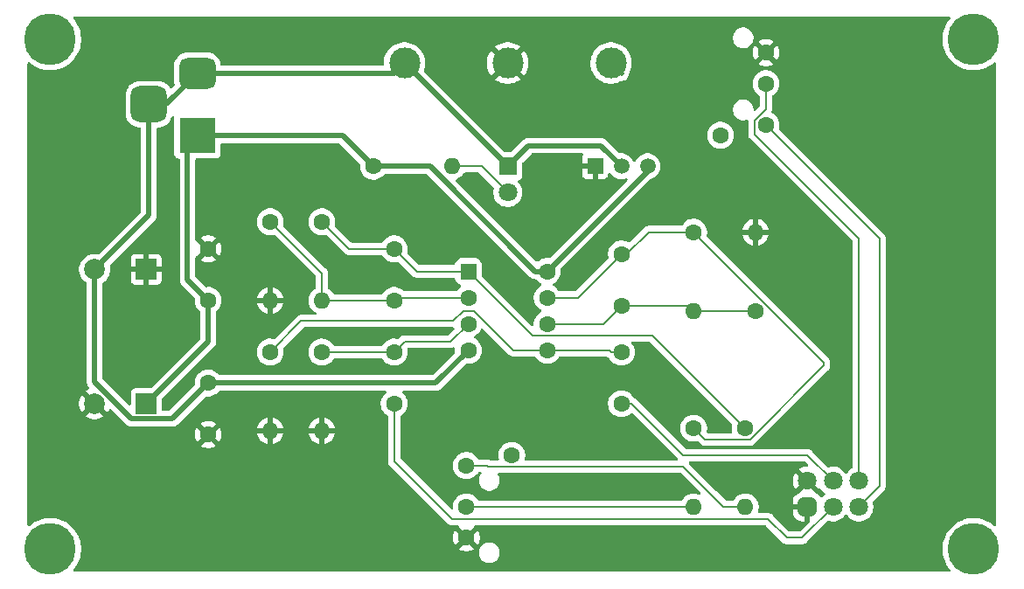
<source format=gbr>
%TF.GenerationSoftware,KiCad,Pcbnew,9.0.0*%
%TF.CreationDate,2025-03-25T20:24:53+01:00*%
%TF.ProjectId,YAHA,59414841-2e6b-4696-9361-645f70636258,rev?*%
%TF.SameCoordinates,Original*%
%TF.FileFunction,Copper,L2,Bot*%
%TF.FilePolarity,Positive*%
%FSLAX46Y46*%
G04 Gerber Fmt 4.6, Leading zero omitted, Abs format (unit mm)*
G04 Created by KiCad (PCBNEW 9.0.0) date 2025-03-25 20:24:53*
%MOMM*%
%LPD*%
G01*
G04 APERTURE LIST*
G04 Aperture macros list*
%AMRoundRect*
0 Rectangle with rounded corners*
0 $1 Rounding radius*
0 $2 $3 $4 $5 $6 $7 $8 $9 X,Y pos of 4 corners*
0 Add a 4 corners polygon primitive as box body*
4,1,4,$2,$3,$4,$5,$6,$7,$8,$9,$2,$3,0*
0 Add four circle primitives for the rounded corners*
1,1,$1+$1,$2,$3*
1,1,$1+$1,$4,$5*
1,1,$1+$1,$6,$7*
1,1,$1+$1,$8,$9*
0 Add four rect primitives between the rounded corners*
20,1,$1+$1,$2,$3,$4,$5,0*
20,1,$1+$1,$4,$5,$6,$7,0*
20,1,$1+$1,$6,$7,$8,$9,0*
20,1,$1+$1,$8,$9,$2,$3,0*%
G04 Aperture macros list end*
%TA.AperFunction,ComponentPad*%
%ADD10C,0.800000*%
%TD*%
%TA.AperFunction,ComponentPad*%
%ADD11C,5.000000*%
%TD*%
%TA.AperFunction,ComponentPad*%
%ADD12C,3.000000*%
%TD*%
%TA.AperFunction,ComponentPad*%
%ADD13C,1.600000*%
%TD*%
%TA.AperFunction,ComponentPad*%
%ADD14RoundRect,0.250000X-0.550000X-0.550000X0.550000X-0.550000X0.550000X0.550000X-0.550000X0.550000X0*%
%TD*%
%TA.AperFunction,ComponentPad*%
%ADD15R,1.500000X1.500000*%
%TD*%
%TA.AperFunction,ComponentPad*%
%ADD16C,1.500000*%
%TD*%
%TA.AperFunction,ComponentPad*%
%ADD17O,1.600000X1.600000*%
%TD*%
%TA.AperFunction,ComponentPad*%
%ADD18R,2.000000X2.000000*%
%TD*%
%TA.AperFunction,ComponentPad*%
%ADD19C,2.000000*%
%TD*%
%TA.AperFunction,ComponentPad*%
%ADD20R,3.500000X3.500000*%
%TD*%
%TA.AperFunction,ComponentPad*%
%ADD21RoundRect,0.750000X-1.000000X0.750000X-1.000000X-0.750000X1.000000X-0.750000X1.000000X0.750000X0*%
%TD*%
%TA.AperFunction,ComponentPad*%
%ADD22RoundRect,0.875000X-0.875000X0.875000X-0.875000X-0.875000X0.875000X-0.875000X0.875000X0.875000X0*%
%TD*%
%TA.AperFunction,ComponentPad*%
%ADD23RoundRect,0.450000X-0.450000X0.450000X-0.450000X-0.450000X0.450000X-0.450000X0.450000X0.450000X0*%
%TD*%
%TA.AperFunction,ComponentPad*%
%ADD24C,1.800000*%
%TD*%
%TA.AperFunction,ComponentPad*%
%ADD25R,1.800000X1.800000*%
%TD*%
%TA.AperFunction,Conductor*%
%ADD26C,0.500000*%
%TD*%
%TA.AperFunction,Conductor*%
%ADD27C,0.200000*%
%TD*%
G04 APERTURE END LIST*
D10*
%TO.P,H4,1,1*%
%TO.N,unconnected-(H4-Pad1)_7*%
X100825000Y-152100000D03*
%TO.N,unconnected-(H4-Pad1)_2*%
X101374175Y-150774175D03*
%TO.N,unconnected-(H4-Pad1)*%
X101374175Y-153425825D03*
%TO.N,unconnected-(H4-Pad1)_5*%
X102700000Y-150225000D03*
D11*
%TO.N,unconnected-(H4-Pad1)_4*%
X102700000Y-152100000D03*
D10*
%TO.N,unconnected-(H4-Pad1)_3*%
X102700000Y-153975000D03*
%TO.N,unconnected-(H4-Pad1)_6*%
X104025825Y-150774175D03*
%TO.N,unconnected-(H4-Pad1)_1*%
X104025825Y-153425825D03*
%TO.N,unconnected-(H4-Pad1)_8*%
X104575000Y-152100000D03*
%TD*%
D12*
%TO.P,TP2,1,1*%
%TO.N,-VDC*%
X137000000Y-105000000D03*
%TD*%
D13*
%TO.P,C4,1*%
%TO.N,-VDC*%
X118000000Y-136000000D03*
%TO.P,C4,2*%
%TO.N,GND*%
X118000000Y-141000000D03*
%TD*%
D14*
%TO.P,IC1,1*%
%TO.N,Net-(C102-Pad1)*%
X143190000Y-125190000D03*
D13*
%TO.P,IC1,2,-*%
%TO.N,Net-(IC1A--)*%
X143190000Y-127730000D03*
%TO.P,IC1,3,+*%
%TO.N,Net-(IC1A-+)*%
X143190000Y-130270000D03*
%TO.P,IC1,4,V-*%
%TO.N,-VDC*%
X143190000Y-132810000D03*
%TO.P,IC1,5,+*%
%TO.N,Net-(IC1B-+)*%
X150810000Y-132810000D03*
%TO.P,IC1,6,-*%
%TO.N,Net-(IC1B--)*%
X150810000Y-130270000D03*
%TO.P,IC1,7*%
%TO.N,Net-(C202-Pad1)*%
X150810000Y-127730000D03*
%TO.P,IC1,8,V+*%
%TO.N,+VDC*%
X150810000Y-125190000D03*
%TD*%
D15*
%TO.P,IC2,1,OUT*%
%TO.N,GND*%
X155460000Y-115000000D03*
D16*
%TO.P,IC2,2,COMMON*%
%TO.N,-VDC*%
X158000000Y-115000000D03*
%TO.P,IC2,3,IN*%
%TO.N,+VDC*%
X160540000Y-115000000D03*
%TD*%
D13*
%TO.P,C201,1*%
%TO.N,Net-(IC1B-+)*%
X158000000Y-133000000D03*
%TO.P,C201,2*%
%TO.N,Net-(C201-Pad2)*%
X158000000Y-138000000D03*
%TD*%
%TO.P,R102,1*%
%TO.N,Net-(C102-Pad1)*%
X129000000Y-120380000D03*
D17*
%TO.P,R102,2*%
%TO.N,Net-(IC1A--)*%
X129000000Y-128000000D03*
%TD*%
D18*
%TO.P,C1,1*%
%TO.N,+VDC*%
X112000000Y-138000000D03*
D19*
%TO.P,C1,2*%
%TO.N,GND*%
X107000000Y-138000000D03*
%TD*%
D18*
%TO.P,C2,1*%
%TO.N,GND*%
X112000000Y-125000000D03*
D19*
%TO.P,C2,2*%
%TO.N,-VDC*%
X107000000Y-125000000D03*
%TD*%
D13*
%TO.P,R101,1*%
%TO.N,Net-(IC1A-+)*%
X129000000Y-133000000D03*
D17*
%TO.P,R101,2*%
%TO.N,GND*%
X129000000Y-140620000D03*
%TD*%
D10*
%TO.P,H1,1,1*%
%TO.N,unconnected-(H1-Pad1)_1*%
X100825000Y-102700000D03*
%TO.N,unconnected-(H1-Pad1)_4*%
X101374175Y-101374175D03*
%TO.N,unconnected-(H1-Pad1)_3*%
X101374175Y-104025825D03*
%TO.N,unconnected-(H1-Pad1)_2*%
X102700000Y-100825000D03*
D11*
%TO.N,unconnected-(H1-Pad1)_6*%
X102700000Y-102700000D03*
D10*
%TO.N,unconnected-(H1-Pad1)_5*%
X102700000Y-104575000D03*
%TO.N,unconnected-(H1-Pad1)_8*%
X104025825Y-101374175D03*
%TO.N,unconnected-(H1-Pad1)*%
X104025825Y-104025825D03*
%TO.N,unconnected-(H1-Pad1)_7*%
X104575000Y-102700000D03*
%TD*%
D20*
%TO.P,J1,1*%
%TO.N,+VDC*%
X116957500Y-112000000D03*
D21*
%TO.P,J1,2*%
%TO.N,-VDC*%
X116957500Y-106000000D03*
D22*
%TO.P,J1,3*%
X112257500Y-109000000D03*
%TD*%
D13*
%TO.P,C102,1*%
%TO.N,Net-(C102-Pad1)*%
X136000000Y-123000000D03*
%TO.P,C102,2*%
%TO.N,Net-(IC1A--)*%
X136000000Y-128000000D03*
%TD*%
%TO.P,R104,1*%
%TO.N,Net-(C102-Pad1)*%
X170000000Y-140380000D03*
D17*
%TO.P,R104,2*%
%TO.N,Lout*%
X170000000Y-148000000D03*
%TD*%
D13*
%TO.P,R1,1*%
%TO.N,+VDC*%
X134000000Y-115000000D03*
D17*
%TO.P,R1,2*%
%TO.N,Net-(D1-A)*%
X141620000Y-115000000D03*
%TD*%
D13*
%TO.P,C202,1*%
%TO.N,Net-(C202-Pad1)*%
X158000000Y-123500000D03*
%TO.P,C202,2*%
%TO.N,Net-(IC1B--)*%
X158000000Y-128500000D03*
%TD*%
D12*
%TO.P,TP3,1,1*%
%TO.N,GND*%
X147000000Y-105000000D03*
%TD*%
D13*
%TO.P,J2,R1*%
%TO.N,Rin*%
X172000000Y-107000000D03*
%TO.P,J2,R2*%
%TO.N,GND*%
X172000000Y-104000000D03*
%TO.P,J2,S*%
%TO.N,unconnected-(J2-PadS)*%
X167600000Y-112000000D03*
%TO.P,J2,T*%
%TO.N,Lin*%
X172000000Y-111000000D03*
%TD*%
%TO.P,C101,1*%
%TO.N,Net-(IC1A-+)*%
X136000000Y-133000000D03*
%TO.P,C101,2*%
%TO.N,Net-(C101-Pad2)*%
X136000000Y-138000000D03*
%TD*%
%TO.P,R204,1*%
%TO.N,Net-(C202-Pad1)*%
X165000000Y-140380000D03*
D17*
%TO.P,R204,2*%
%TO.N,Rout*%
X165000000Y-148000000D03*
%TD*%
D10*
%TO.P,H2,1,1*%
%TO.N,unconnected-(H2-Pad1)_6*%
X190225000Y-102700000D03*
%TO.N,unconnected-(H2-Pad1)_1*%
X190774175Y-101374175D03*
%TO.N,unconnected-(H2-Pad1)_5*%
X190774175Y-104025825D03*
%TO.N,unconnected-(H2-Pad1)_3*%
X192100000Y-100825000D03*
D11*
%TO.N,unconnected-(H2-Pad1)_2*%
X192100000Y-102700000D03*
D10*
%TO.N,unconnected-(H2-Pad1)_8*%
X192100000Y-104575000D03*
%TO.N,unconnected-(H2-Pad1)_7*%
X193425825Y-101374175D03*
%TO.N,unconnected-(H2-Pad1)*%
X193425825Y-104025825D03*
%TO.N,unconnected-(H2-Pad1)_4*%
X193975000Y-102700000D03*
%TD*%
D13*
%TO.P,R202,1*%
%TO.N,Net-(C202-Pad1)*%
X165000000Y-121380000D03*
D17*
%TO.P,R202,2*%
%TO.N,Net-(IC1B--)*%
X165000000Y-129000000D03*
%TD*%
D12*
%TO.P,TP1,1,1*%
%TO.N,+VDC*%
X157000000Y-105000000D03*
%TD*%
D13*
%TO.P,R203,1*%
%TO.N,Net-(IC1B--)*%
X171000000Y-129000000D03*
D17*
%TO.P,R203,2*%
%TO.N,GND*%
X171000000Y-121380000D03*
%TD*%
D23*
%TO.P,RV1,1,1*%
%TO.N,GND*%
X176000000Y-148000000D03*
D24*
%TO.P,RV1,2,2*%
%TO.N,Net-(C101-Pad2)*%
X178500000Y-148000000D03*
%TO.P,RV1,3,3*%
%TO.N,Lin*%
X181000000Y-148000000D03*
%TO.P,RV1,4,4*%
%TO.N,GND*%
X176000000Y-145500000D03*
%TO.P,RV1,5,5*%
%TO.N,Net-(C201-Pad2)*%
X178500000Y-145500000D03*
%TO.P,RV1,6,6*%
%TO.N,Rin*%
X181000000Y-145500000D03*
%TD*%
D13*
%TO.P,C3,1*%
%TO.N,GND*%
X118000000Y-123000000D03*
%TO.P,C3,2*%
%TO.N,+VDC*%
X118000000Y-128000000D03*
%TD*%
%TO.P,R201,1*%
%TO.N,Net-(IC1B-+)*%
X124000000Y-133000000D03*
D17*
%TO.P,R201,2*%
%TO.N,GND*%
X124000000Y-140620000D03*
%TD*%
D13*
%TO.P,R103,1*%
%TO.N,Net-(IC1A--)*%
X124000000Y-120380000D03*
D17*
%TO.P,R103,2*%
%TO.N,GND*%
X124000000Y-128000000D03*
%TD*%
D13*
%TO.P,J3,R1*%
%TO.N,Rout*%
X143000000Y-148000000D03*
%TO.P,J3,R2*%
%TO.N,GND*%
X143000000Y-151000000D03*
%TO.P,J3,S*%
%TO.N,unconnected-(J3-PadS)*%
X147400000Y-143000000D03*
%TO.P,J3,T*%
%TO.N,Lout*%
X143000000Y-144000000D03*
%TD*%
D10*
%TO.P,H3,1,1*%
%TO.N,unconnected-(H3-Pad1)_1*%
X190225000Y-152100000D03*
%TO.N,unconnected-(H3-Pad1)_5*%
X190774175Y-150774175D03*
%TO.N,unconnected-(H3-Pad1)_8*%
X190774175Y-153425825D03*
%TO.N,unconnected-(H3-Pad1)_2*%
X192100000Y-150225000D03*
D11*
%TO.N,unconnected-(H3-Pad1)_6*%
X192100000Y-152100000D03*
D10*
%TO.N,unconnected-(H3-Pad1)_7*%
X192100000Y-153975000D03*
%TO.N,unconnected-(H3-Pad1)*%
X193425825Y-150774175D03*
%TO.N,unconnected-(H3-Pad1)_3*%
X193425825Y-153425825D03*
%TO.N,unconnected-(H3-Pad1)_4*%
X193975000Y-152100000D03*
%TD*%
D25*
%TO.P,D1,1,K*%
%TO.N,-VDC*%
X147000000Y-115000000D03*
D24*
%TO.P,D1,2,A*%
%TO.N,Net-(D1-A)*%
X147000000Y-117540000D03*
%TD*%
D26*
%TO.N,+VDC*%
X149678630Y-125190000D02*
X139488630Y-115000000D01*
X158000000Y-106000000D02*
X157000000Y-105000000D01*
X160540000Y-115460000D02*
X160540000Y-115000000D01*
X131000000Y-112000000D02*
X134000000Y-115000000D01*
X150810000Y-125190000D02*
X160540000Y-115460000D01*
X116000000Y-112957500D02*
X116000000Y-126000000D01*
X150810000Y-125190000D02*
X149678630Y-125190000D01*
X139488630Y-115000000D02*
X134000000Y-115000000D01*
X118000000Y-132000000D02*
X112000000Y-138000000D01*
X116000000Y-126000000D02*
X118000000Y-128000000D01*
X116957500Y-112000000D02*
X131000000Y-112000000D01*
X116957500Y-112000000D02*
X116000000Y-112957500D01*
X118000000Y-128000000D02*
X118000000Y-132000000D01*
%TO.N,-VDC*%
X147000000Y-115000000D02*
X137000000Y-105000000D01*
X147000000Y-115000000D02*
X149000000Y-113000000D01*
X113957500Y-109000000D02*
X116957500Y-106000000D01*
X110549000Y-139451000D02*
X114549000Y-139451000D01*
X107000000Y-135902000D02*
X110549000Y-139451000D01*
X156000000Y-113000000D02*
X158000000Y-115000000D01*
X140000000Y-136000000D02*
X143190000Y-132810000D01*
X114549000Y-139451000D02*
X118000000Y-136000000D01*
X149000000Y-113000000D02*
X156000000Y-113000000D01*
X107000000Y-125000000D02*
X107000000Y-135902000D01*
X112257500Y-119742500D02*
X112257500Y-109000000D01*
X118000000Y-136000000D02*
X140000000Y-136000000D01*
X136000000Y-106000000D02*
X137000000Y-105000000D01*
X112257500Y-109000000D02*
X113957500Y-109000000D01*
X107000000Y-125000000D02*
X112257500Y-119742500D01*
X116957500Y-106000000D02*
X136000000Y-106000000D01*
D27*
%TO.N,Net-(IC1A-+)*%
X129000000Y-133000000D02*
X136000000Y-133000000D01*
X143190000Y-130270000D02*
X141460000Y-132000000D01*
X137000000Y-132000000D02*
X136000000Y-133000000D01*
X141460000Y-132000000D02*
X137000000Y-132000000D01*
%TO.N,Net-(C101-Pad2)*%
X174000000Y-151000000D02*
X175500000Y-151000000D01*
X141643950Y-149201000D02*
X172201000Y-149201000D01*
X172201000Y-149201000D02*
X174000000Y-151000000D01*
X136000000Y-138000000D02*
X136000000Y-143557050D01*
X175500000Y-151000000D02*
X178500000Y-148000000D01*
X136000000Y-143557050D02*
X141643950Y-149201000D01*
%TO.N,Net-(C102-Pad1)*%
X143190000Y-125190000D02*
X138190000Y-125190000D01*
X149371000Y-131371000D02*
X143190000Y-125190000D01*
X170000000Y-140380000D02*
X160991000Y-131371000D01*
X138190000Y-125190000D02*
X136000000Y-123000000D01*
X131620000Y-123000000D02*
X129000000Y-120380000D01*
X160991000Y-131371000D02*
X149371000Y-131371000D01*
X136000000Y-123000000D02*
X131620000Y-123000000D01*
%TO.N,Net-(C201-Pad2)*%
X159000000Y-138000000D02*
X164000000Y-143000000D01*
X176000000Y-143000000D02*
X178500000Y-145500000D01*
X164000000Y-143000000D02*
X176000000Y-143000000D01*
X158000000Y-138000000D02*
X159000000Y-138000000D01*
%TO.N,Net-(IC1B-+)*%
X158000000Y-133000000D02*
X157000000Y-133000000D01*
X127000000Y-130000000D02*
X124000000Y-133000000D01*
X156810000Y-132810000D02*
X150810000Y-132810000D01*
X141690818Y-130000000D02*
X127000000Y-130000000D01*
X157000000Y-133000000D02*
X156810000Y-132810000D01*
X150810000Y-132810000D02*
X147499182Y-132810000D01*
X142671818Y-129019000D02*
X141690818Y-130000000D01*
X150810000Y-132810000D02*
X150430000Y-133190000D01*
X143708182Y-129019000D02*
X142671818Y-129019000D01*
X147499182Y-132810000D02*
X143708182Y-129019000D01*
%TO.N,Net-(C202-Pad1)*%
X153770000Y-127730000D02*
X158000000Y-123500000D01*
X166101000Y-141481000D02*
X165000000Y-140380000D01*
X150810000Y-127730000D02*
X153770000Y-127730000D01*
X165000000Y-121380000D02*
X177620000Y-134000000D01*
X170456050Y-141481000D02*
X166101000Y-141481000D01*
X158500000Y-123500000D02*
X160620000Y-121380000D01*
X177620000Y-134317050D02*
X170456050Y-141481000D01*
X160620000Y-121380000D02*
X165000000Y-121380000D01*
X158000000Y-123500000D02*
X158500000Y-123500000D01*
X177620000Y-134000000D02*
X177620000Y-134317050D01*
%TO.N,Net-(D1-A)*%
X144460000Y-115000000D02*
X147000000Y-117540000D01*
X141620000Y-115000000D02*
X144460000Y-115000000D01*
%TO.N,Net-(IC1B--)*%
X165000000Y-129000000D02*
X171000000Y-129000000D01*
X150810000Y-130270000D02*
X156230000Y-130270000D01*
X156230000Y-130270000D02*
X158000000Y-128500000D01*
X158000000Y-128500000D02*
X164500000Y-128500000D01*
X164500000Y-128500000D02*
X165000000Y-129000000D01*
%TO.N,Net-(IC1A--)*%
X129000000Y-128000000D02*
X129000000Y-125380000D01*
X129000000Y-125380000D02*
X124000000Y-120380000D01*
X136000000Y-128000000D02*
X129000000Y-128000000D01*
X136270000Y-127730000D02*
X136000000Y-128000000D01*
X143190000Y-127730000D02*
X136270000Y-127730000D01*
%TO.N,Rout*%
X165000000Y-148000000D02*
X143000000Y-148000000D01*
%TO.N,Lout*%
X167899000Y-148000000D02*
X170000000Y-148000000D01*
X164000000Y-144101000D02*
X167899000Y-148000000D01*
X145000000Y-144000000D02*
X145101000Y-144101000D01*
X145000000Y-144000000D02*
X143000000Y-144000000D01*
X145101000Y-144101000D02*
X164000000Y-144101000D01*
%TO.N,Rin*%
X170899000Y-110543950D02*
X170899000Y-111899000D01*
X181000000Y-122000000D02*
X181000000Y-145500000D01*
X172000000Y-107000000D02*
X172000000Y-109442950D01*
X172000000Y-109442950D02*
X170899000Y-110543950D01*
X170899000Y-111899000D02*
X181000000Y-122000000D01*
%TO.N,Lin*%
X183000000Y-146000000D02*
X181000000Y-148000000D01*
X183000000Y-122000000D02*
X183000000Y-146000000D01*
X172000000Y-111000000D02*
X183000000Y-122000000D01*
%TD*%
%TA.AperFunction,Conductor*%
%TO.N,GND*%
G36*
X175766942Y-143620185D02*
G01*
X175787584Y-143636819D01*
X176039084Y-143888319D01*
X176072569Y-143949642D01*
X176067585Y-144019334D01*
X176025713Y-144075267D01*
X175960249Y-144099684D01*
X175951403Y-144100000D01*
X175889819Y-144100000D01*
X175672164Y-144134473D01*
X175462589Y-144202567D01*
X175266233Y-144302616D01*
X175202485Y-144348931D01*
X175202485Y-144348932D01*
X175870591Y-145017037D01*
X175807007Y-145034075D01*
X175692993Y-145099901D01*
X175599901Y-145192993D01*
X175534075Y-145307007D01*
X175517037Y-145370590D01*
X174848932Y-144702485D01*
X174848931Y-144702485D01*
X174802616Y-144766233D01*
X174702567Y-144962589D01*
X174634473Y-145172164D01*
X174600000Y-145389818D01*
X174600000Y-145610181D01*
X174634473Y-145827835D01*
X174702567Y-146037410D01*
X174802611Y-146233756D01*
X174848932Y-146297513D01*
X175517037Y-145629408D01*
X175534075Y-145692993D01*
X175599901Y-145807007D01*
X175692993Y-145900099D01*
X175807007Y-145965925D01*
X175870590Y-145982962D01*
X175191035Y-146662516D01*
X175191031Y-146662521D01*
X175159906Y-146693645D01*
X175098582Y-146727129D01*
X175071859Y-146727960D01*
X175024527Y-146752685D01*
X174874784Y-146874784D01*
X174752686Y-147024525D01*
X174663228Y-147195784D01*
X174610079Y-147381538D01*
X174610078Y-147381541D01*
X174600000Y-147494902D01*
X174600000Y-147750000D01*
X175566988Y-147750000D01*
X175534075Y-147807007D01*
X175500000Y-147934174D01*
X175500000Y-148065826D01*
X175534075Y-148192993D01*
X175566988Y-148250000D01*
X174600001Y-148250000D01*
X174600001Y-148505098D01*
X174610078Y-148618460D01*
X174663228Y-148804215D01*
X174752686Y-148975474D01*
X174874784Y-149125215D01*
X175024525Y-149247313D01*
X175195784Y-149336771D01*
X175381538Y-149389920D01*
X175381541Y-149389921D01*
X175494903Y-149399999D01*
X175749999Y-149399999D01*
X175750000Y-149399998D01*
X175750000Y-148433012D01*
X175807007Y-148465925D01*
X175934174Y-148500000D01*
X176065826Y-148500000D01*
X176192993Y-148465925D01*
X176250000Y-148433012D01*
X176250000Y-149349402D01*
X176230315Y-149416441D01*
X176213681Y-149437083D01*
X175287584Y-150363181D01*
X175226261Y-150396666D01*
X175199903Y-150399500D01*
X174300097Y-150399500D01*
X174233058Y-150379815D01*
X174212416Y-150363181D01*
X172688590Y-148839355D01*
X172688588Y-148839352D01*
X172569717Y-148720481D01*
X172569716Y-148720480D01*
X172482904Y-148670360D01*
X172482904Y-148670359D01*
X172482900Y-148670358D01*
X172432785Y-148641423D01*
X172280057Y-148600499D01*
X172121943Y-148600499D01*
X172114347Y-148600499D01*
X172114331Y-148600500D01*
X171342984Y-148600500D01*
X171275945Y-148580815D01*
X171230190Y-148528011D01*
X171220246Y-148458853D01*
X171225053Y-148438182D01*
X171268476Y-148304538D01*
X171268476Y-148304537D01*
X171268477Y-148304534D01*
X171300500Y-148102352D01*
X171300500Y-147897648D01*
X171268477Y-147695465D01*
X171205218Y-147500776D01*
X171166926Y-147425625D01*
X171112287Y-147318390D01*
X171074208Y-147265978D01*
X170991971Y-147152786D01*
X170847213Y-147008028D01*
X170681613Y-146887715D01*
X170681612Y-146887714D01*
X170681610Y-146887713D01*
X170624653Y-146858691D01*
X170499223Y-146794781D01*
X170304534Y-146731522D01*
X170129995Y-146703878D01*
X170102352Y-146699500D01*
X169897648Y-146699500D01*
X169873329Y-146703351D01*
X169695465Y-146731522D01*
X169500776Y-146794781D01*
X169318386Y-146887715D01*
X169152786Y-147008028D01*
X169008028Y-147152786D01*
X168887715Y-147318385D01*
X168880883Y-147331795D01*
X168832909Y-147382591D01*
X168770398Y-147399500D01*
X168199098Y-147399500D01*
X168132059Y-147379815D01*
X168111417Y-147363181D01*
X167198736Y-146450500D01*
X164560415Y-143812180D01*
X164526931Y-143750858D01*
X164531915Y-143681166D01*
X164573787Y-143625233D01*
X164639251Y-143600816D01*
X164648097Y-143600500D01*
X175699903Y-143600500D01*
X175766942Y-143620185D01*
G37*
%TD.AperFunction*%
%TA.AperFunction,Conductor*%
G36*
X177151066Y-146297514D02*
G01*
X177152547Y-146297397D01*
X177204700Y-146257180D01*
X177274314Y-146251200D01*
X177336109Y-146283806D01*
X177350008Y-146299846D01*
X177431752Y-146412359D01*
X177587636Y-146568243D01*
X177587641Y-146568247D01*
X177699727Y-146649682D01*
X177742393Y-146705011D01*
X177748372Y-146774625D01*
X177715767Y-146836420D01*
X177699727Y-146850318D01*
X177587642Y-146931751D01*
X177451660Y-147067733D01*
X177390337Y-147101217D01*
X177320645Y-147096233D01*
X177264712Y-147054361D01*
X177254068Y-147037459D01*
X177247311Y-147024523D01*
X177125215Y-146874784D01*
X176975476Y-146752688D01*
X176923236Y-146725400D01*
X176877297Y-146719225D01*
X176840090Y-146693643D01*
X176129409Y-145982962D01*
X176192993Y-145965925D01*
X176307007Y-145900099D01*
X176400099Y-145807007D01*
X176465925Y-145692993D01*
X176482962Y-145629409D01*
X177151066Y-146297514D01*
G37*
%TD.AperFunction*%
%TA.AperFunction,Conductor*%
G36*
X130704809Y-112770185D02*
G01*
X130725451Y-112786819D01*
X131700535Y-113761903D01*
X132673526Y-114734893D01*
X132707011Y-114796216D01*
X132708318Y-114841971D01*
X132699500Y-114897647D01*
X132699500Y-115102351D01*
X132731522Y-115304534D01*
X132794781Y-115499223D01*
X132887715Y-115681613D01*
X133008028Y-115847213D01*
X133152786Y-115991971D01*
X133259531Y-116069524D01*
X133318390Y-116112287D01*
X133409838Y-116158882D01*
X133500776Y-116205218D01*
X133500778Y-116205218D01*
X133500781Y-116205220D01*
X133605137Y-116239127D01*
X133695465Y-116268477D01*
X133787020Y-116282978D01*
X133897648Y-116300500D01*
X133897649Y-116300500D01*
X134102351Y-116300500D01*
X134102352Y-116300500D01*
X134304534Y-116268477D01*
X134499219Y-116205220D01*
X134681610Y-116112287D01*
X134825862Y-116007483D01*
X134847213Y-115991971D01*
X134847215Y-115991968D01*
X134847219Y-115991966D01*
X134991966Y-115847219D01*
X134994650Y-115843524D01*
X135025100Y-115801615D01*
X135080429Y-115758949D01*
X135125418Y-115750500D01*
X139126400Y-115750500D01*
X139193439Y-115770185D01*
X139214081Y-115786819D01*
X144189854Y-120762591D01*
X149095679Y-125668416D01*
X149152714Y-125725451D01*
X149200215Y-125772952D01*
X149323128Y-125855080D01*
X149323141Y-125855087D01*
X149414170Y-125892792D01*
X149459717Y-125911658D01*
X149459721Y-125911658D01*
X149459722Y-125911659D01*
X149604709Y-125940500D01*
X149604712Y-125940500D01*
X149684582Y-125940500D01*
X149751621Y-125960185D01*
X149784900Y-125991615D01*
X149818028Y-126037212D01*
X149818032Y-126037217D01*
X149962786Y-126181971D01*
X150117749Y-126294556D01*
X150128390Y-126302287D01*
X150219840Y-126348883D01*
X150221080Y-126349515D01*
X150271876Y-126397490D01*
X150288671Y-126465311D01*
X150266134Y-126531446D01*
X150221080Y-126570485D01*
X150128386Y-126617715D01*
X149962786Y-126738028D01*
X149818028Y-126882786D01*
X149697715Y-127048386D01*
X149604781Y-127230776D01*
X149541522Y-127425465D01*
X149509500Y-127627648D01*
X149509500Y-127832351D01*
X149541522Y-128034534D01*
X149604781Y-128229223D01*
X149665001Y-128347409D01*
X149691797Y-128400000D01*
X149697715Y-128411613D01*
X149818028Y-128577213D01*
X149962786Y-128721971D01*
X150117749Y-128834556D01*
X150128390Y-128842287D01*
X150219461Y-128888690D01*
X150221080Y-128889515D01*
X150271876Y-128937490D01*
X150288671Y-129005311D01*
X150266134Y-129071446D01*
X150221080Y-129110485D01*
X150128386Y-129157715D01*
X149962786Y-129278028D01*
X149818028Y-129422786D01*
X149697715Y-129588386D01*
X149604781Y-129770776D01*
X149541522Y-129965465D01*
X149509500Y-130167648D01*
X149509500Y-130360903D01*
X149489815Y-130427942D01*
X149437011Y-130473697D01*
X149367853Y-130483641D01*
X149304297Y-130454616D01*
X149297819Y-130448584D01*
X144526818Y-125677583D01*
X144493333Y-125616260D01*
X144490499Y-125589902D01*
X144490499Y-124589998D01*
X144490498Y-124589981D01*
X144479999Y-124487203D01*
X144479998Y-124487200D01*
X144459058Y-124424008D01*
X144424814Y-124320666D01*
X144332712Y-124171344D01*
X144208656Y-124047288D01*
X144059334Y-123955186D01*
X143892797Y-123900001D01*
X143892795Y-123900000D01*
X143790010Y-123889500D01*
X142589998Y-123889500D01*
X142589981Y-123889501D01*
X142487203Y-123900000D01*
X142487200Y-123900001D01*
X142320668Y-123955185D01*
X142320663Y-123955187D01*
X142171342Y-124047289D01*
X142047289Y-124171342D01*
X141955187Y-124320663D01*
X141955185Y-124320668D01*
X141900000Y-124487204D01*
X141899088Y-124491467D01*
X141865801Y-124552898D01*
X141804586Y-124586581D01*
X141777837Y-124589500D01*
X138490098Y-124589500D01*
X138423059Y-124569815D01*
X138402417Y-124553181D01*
X137848455Y-123999219D01*
X137294076Y-123444841D01*
X137260592Y-123383519D01*
X137263828Y-123318841D01*
X137268477Y-123304534D01*
X137300500Y-123102352D01*
X137300500Y-122897648D01*
X137287946Y-122818386D01*
X137268477Y-122695465D01*
X137232504Y-122584754D01*
X137205220Y-122500781D01*
X137205218Y-122500778D01*
X137205218Y-122500776D01*
X137165071Y-122421984D01*
X137112287Y-122318390D01*
X137104556Y-122307749D01*
X136991971Y-122152786D01*
X136847213Y-122008028D01*
X136681613Y-121887715D01*
X136681612Y-121887714D01*
X136681610Y-121887713D01*
X136624653Y-121858691D01*
X136499223Y-121794781D01*
X136304534Y-121731522D01*
X136129995Y-121703878D01*
X136102352Y-121699500D01*
X135897648Y-121699500D01*
X135873329Y-121703351D01*
X135695465Y-121731522D01*
X135500776Y-121794781D01*
X135318386Y-121887715D01*
X135152786Y-122008028D01*
X135008028Y-122152786D01*
X134887715Y-122318385D01*
X134880883Y-122331795D01*
X134832909Y-122382591D01*
X134770398Y-122399500D01*
X131920098Y-122399500D01*
X131853059Y-122379815D01*
X131832417Y-122363181D01*
X130294077Y-120824842D01*
X130260592Y-120763519D01*
X130263828Y-120698841D01*
X130263976Y-120698385D01*
X130268477Y-120684534D01*
X130300500Y-120482352D01*
X130300500Y-120277648D01*
X130268477Y-120075466D01*
X130205220Y-119880781D01*
X130205218Y-119880778D01*
X130205218Y-119880776D01*
X130171503Y-119814607D01*
X130112287Y-119698390D01*
X130104556Y-119687749D01*
X129991971Y-119532786D01*
X129847213Y-119388028D01*
X129681613Y-119267715D01*
X129681612Y-119267714D01*
X129681610Y-119267713D01*
X129624653Y-119238691D01*
X129499223Y-119174781D01*
X129304534Y-119111522D01*
X129129995Y-119083878D01*
X129102352Y-119079500D01*
X128897648Y-119079500D01*
X128873329Y-119083351D01*
X128695465Y-119111522D01*
X128500776Y-119174781D01*
X128318386Y-119267715D01*
X128152786Y-119388028D01*
X128008028Y-119532786D01*
X127887715Y-119698386D01*
X127794781Y-119880776D01*
X127731522Y-120075465D01*
X127699500Y-120277648D01*
X127699500Y-120482351D01*
X127731522Y-120684534D01*
X127794781Y-120879223D01*
X127887715Y-121061613D01*
X128008028Y-121227213D01*
X128152786Y-121371971D01*
X128307749Y-121484556D01*
X128318390Y-121492287D01*
X128401030Y-121534394D01*
X128500776Y-121585218D01*
X128500778Y-121585218D01*
X128500781Y-121585220D01*
X128605137Y-121619127D01*
X128695465Y-121648477D01*
X128796557Y-121664488D01*
X128897648Y-121680500D01*
X128897649Y-121680500D01*
X129102351Y-121680500D01*
X129102352Y-121680500D01*
X129304534Y-121648477D01*
X129318842Y-121643827D01*
X129388682Y-121641831D01*
X129444841Y-121674076D01*
X131251284Y-123480520D01*
X131251286Y-123480521D01*
X131251290Y-123480524D01*
X131388209Y-123559573D01*
X131388216Y-123559577D01*
X131540943Y-123600501D01*
X131540945Y-123600501D01*
X131706654Y-123600501D01*
X131706670Y-123600500D01*
X134770398Y-123600500D01*
X134837437Y-123620185D01*
X134880883Y-123668205D01*
X134887715Y-123681614D01*
X135008028Y-123847213D01*
X135152786Y-123991971D01*
X135270805Y-124077715D01*
X135318390Y-124112287D01*
X135434292Y-124171342D01*
X135500776Y-124205218D01*
X135500778Y-124205218D01*
X135500781Y-124205220D01*
X135605137Y-124239127D01*
X135695465Y-124268477D01*
X135796557Y-124284488D01*
X135897648Y-124300500D01*
X135897649Y-124300500D01*
X136102351Y-124300500D01*
X136102352Y-124300500D01*
X136304534Y-124268477D01*
X136318842Y-124263827D01*
X136388682Y-124261831D01*
X136444841Y-124294076D01*
X137821284Y-125670520D01*
X137821286Y-125670521D01*
X137821290Y-125670524D01*
X137916428Y-125725451D01*
X137958216Y-125749577D01*
X138110943Y-125790501D01*
X138110945Y-125790501D01*
X138276654Y-125790501D01*
X138276670Y-125790500D01*
X141777837Y-125790500D01*
X141844876Y-125810185D01*
X141890631Y-125862989D01*
X141899089Y-125888541D01*
X141899999Y-125892792D01*
X141955185Y-126059331D01*
X141955187Y-126059336D01*
X141984816Y-126107372D01*
X142047288Y-126208656D01*
X142171344Y-126332712D01*
X142320666Y-126424814D01*
X142402570Y-126451954D01*
X142460015Y-126491727D01*
X142486838Y-126556243D01*
X142474523Y-126625018D01*
X142436451Y-126669978D01*
X142342787Y-126738028D01*
X142342782Y-126738032D01*
X142198028Y-126882786D01*
X142077715Y-127048385D01*
X142070883Y-127061795D01*
X142022909Y-127112591D01*
X141960398Y-127129500D01*
X137020047Y-127129500D01*
X136953008Y-127109815D01*
X136932366Y-127093181D01*
X136847213Y-127008028D01*
X136681613Y-126887715D01*
X136681612Y-126887714D01*
X136681610Y-126887713D01*
X136624653Y-126858691D01*
X136499223Y-126794781D01*
X136304534Y-126731522D01*
X136129995Y-126703878D01*
X136102352Y-126699500D01*
X135897648Y-126699500D01*
X135873329Y-126703351D01*
X135695465Y-126731522D01*
X135500776Y-126794781D01*
X135318386Y-126887715D01*
X135152786Y-127008028D01*
X135008028Y-127152786D01*
X134887715Y-127318385D01*
X134880883Y-127331795D01*
X134832909Y-127382591D01*
X134770398Y-127399500D01*
X130229602Y-127399500D01*
X130162563Y-127379815D01*
X130119117Y-127331795D01*
X130112284Y-127318385D01*
X129991971Y-127152786D01*
X129847213Y-127008028D01*
X129681610Y-126887712D01*
X129668200Y-126880879D01*
X129617406Y-126832903D01*
X129600500Y-126770397D01*
X129600500Y-125469059D01*
X129600501Y-125469046D01*
X129600501Y-125300945D01*
X129600501Y-125300943D01*
X129559577Y-125148215D01*
X129516681Y-125073917D01*
X129480520Y-125011284D01*
X129368716Y-124899480D01*
X129368715Y-124899479D01*
X129364385Y-124895149D01*
X129364374Y-124895139D01*
X125294077Y-120824842D01*
X125260592Y-120763519D01*
X125263828Y-120698841D01*
X125263976Y-120698385D01*
X125268477Y-120684534D01*
X125300500Y-120482352D01*
X125300500Y-120277648D01*
X125268477Y-120075466D01*
X125205220Y-119880781D01*
X125205218Y-119880778D01*
X125205218Y-119880776D01*
X125171503Y-119814607D01*
X125112287Y-119698390D01*
X125104556Y-119687749D01*
X124991971Y-119532786D01*
X124847213Y-119388028D01*
X124681613Y-119267715D01*
X124681612Y-119267714D01*
X124681610Y-119267713D01*
X124624653Y-119238691D01*
X124499223Y-119174781D01*
X124304534Y-119111522D01*
X124129995Y-119083878D01*
X124102352Y-119079500D01*
X123897648Y-119079500D01*
X123873329Y-119083351D01*
X123695465Y-119111522D01*
X123500776Y-119174781D01*
X123318386Y-119267715D01*
X123152786Y-119388028D01*
X123008028Y-119532786D01*
X122887715Y-119698386D01*
X122794781Y-119880776D01*
X122731522Y-120075465D01*
X122699500Y-120277648D01*
X122699500Y-120482351D01*
X122731522Y-120684534D01*
X122794781Y-120879223D01*
X122887715Y-121061613D01*
X123008028Y-121227213D01*
X123152786Y-121371971D01*
X123307749Y-121484556D01*
X123318390Y-121492287D01*
X123401030Y-121534394D01*
X123500776Y-121585218D01*
X123500778Y-121585218D01*
X123500781Y-121585220D01*
X123605137Y-121619127D01*
X123695465Y-121648477D01*
X123796557Y-121664488D01*
X123897648Y-121680500D01*
X123897649Y-121680500D01*
X124102351Y-121680500D01*
X124102352Y-121680500D01*
X124304534Y-121648477D01*
X124318842Y-121643827D01*
X124388682Y-121641831D01*
X124444842Y-121674077D01*
X128363181Y-125592416D01*
X128396666Y-125653739D01*
X128399500Y-125680097D01*
X128399500Y-126770397D01*
X128379815Y-126837436D01*
X128331800Y-126880879D01*
X128318389Y-126887712D01*
X128152786Y-127008028D01*
X128008028Y-127152786D01*
X127887715Y-127318386D01*
X127794781Y-127500776D01*
X127731522Y-127695465D01*
X127699500Y-127897648D01*
X127699500Y-128102351D01*
X127731522Y-128304534D01*
X127794781Y-128499223D01*
X127834520Y-128577213D01*
X127878646Y-128663816D01*
X127887715Y-128681613D01*
X128008028Y-128847213D01*
X128152786Y-128991971D01*
X128307749Y-129104556D01*
X128318390Y-129112287D01*
X128405042Y-129156438D01*
X128421874Y-129165015D01*
X128472670Y-129212990D01*
X128489465Y-129280811D01*
X128466927Y-129346946D01*
X128412212Y-129390397D01*
X128365579Y-129399500D01*
X127086670Y-129399500D01*
X127086654Y-129399499D01*
X127079058Y-129399499D01*
X126920943Y-129399499D01*
X126844579Y-129419961D01*
X126768214Y-129440423D01*
X126768209Y-129440426D01*
X126631290Y-129519475D01*
X126631282Y-129519481D01*
X124444842Y-131705921D01*
X124383519Y-131739406D01*
X124318848Y-131736173D01*
X124304534Y-131731522D01*
X124129995Y-131703878D01*
X124102352Y-131699500D01*
X123897648Y-131699500D01*
X123873329Y-131703351D01*
X123695465Y-131731522D01*
X123500776Y-131794781D01*
X123318388Y-131887714D01*
X123152786Y-132008028D01*
X123008028Y-132152786D01*
X122887715Y-132318386D01*
X122794781Y-132500776D01*
X122731522Y-132695465D01*
X122699500Y-132897648D01*
X122699500Y-133102352D01*
X122703878Y-133129995D01*
X122731522Y-133304534D01*
X122794781Y-133499223D01*
X122887715Y-133681613D01*
X123008028Y-133847213D01*
X123152786Y-133991971D01*
X123303792Y-134101681D01*
X123318390Y-134112287D01*
X123409137Y-134158525D01*
X123500776Y-134205218D01*
X123500778Y-134205218D01*
X123500781Y-134205220D01*
X123601646Y-134237993D01*
X123695465Y-134268477D01*
X123796557Y-134284488D01*
X123897648Y-134300500D01*
X123897649Y-134300500D01*
X124102351Y-134300500D01*
X124102352Y-134300500D01*
X124304534Y-134268477D01*
X124499219Y-134205220D01*
X124681610Y-134112287D01*
X124774590Y-134044732D01*
X124847213Y-133991971D01*
X124847215Y-133991968D01*
X124847219Y-133991966D01*
X124991966Y-133847219D01*
X124991968Y-133847215D01*
X124991971Y-133847213D01*
X125049365Y-133768215D01*
X125112287Y-133681610D01*
X125205220Y-133499219D01*
X125268477Y-133304534D01*
X125300500Y-133102352D01*
X125300500Y-132897648D01*
X125270407Y-132707651D01*
X125268478Y-132695472D01*
X125268477Y-132695471D01*
X125268477Y-132695466D01*
X125263825Y-132681151D01*
X125261832Y-132611312D01*
X125294075Y-132555158D01*
X127212417Y-130636819D01*
X127273740Y-130603334D01*
X127300098Y-130600500D01*
X141604150Y-130600500D01*
X141611757Y-130600500D01*
X141611761Y-130600501D01*
X141710902Y-130600501D01*
X141777941Y-130620186D01*
X141823696Y-130672991D01*
X141833639Y-130742149D01*
X141829681Y-130750815D01*
X141804614Y-130805704D01*
X141798582Y-130812182D01*
X141247584Y-131363181D01*
X141186261Y-131396666D01*
X141159903Y-131399500D01*
X137086670Y-131399500D01*
X137086654Y-131399499D01*
X137079058Y-131399499D01*
X136920943Y-131399499D01*
X136844579Y-131419961D01*
X136768214Y-131440423D01*
X136768209Y-131440426D01*
X136631290Y-131519475D01*
X136631286Y-131519478D01*
X136444841Y-131705922D01*
X136383517Y-131739406D01*
X136318845Y-131736172D01*
X136304535Y-131731523D01*
X136142898Y-131705922D01*
X136102352Y-131699500D01*
X135897648Y-131699500D01*
X135873329Y-131703351D01*
X135695465Y-131731522D01*
X135500776Y-131794781D01*
X135318388Y-131887714D01*
X135152786Y-132008028D01*
X135008028Y-132152786D01*
X134887715Y-132318385D01*
X134883043Y-132327554D01*
X134881270Y-132331036D01*
X134880883Y-132331795D01*
X134832909Y-132382591D01*
X134770398Y-132399500D01*
X130229602Y-132399500D01*
X130162563Y-132379815D01*
X130119117Y-132331795D01*
X130112287Y-132318390D01*
X130112285Y-132318387D01*
X130112284Y-132318385D01*
X129991971Y-132152786D01*
X129847213Y-132008028D01*
X129681612Y-131887714D01*
X129499223Y-131794781D01*
X129304534Y-131731522D01*
X129129995Y-131703878D01*
X129102352Y-131699500D01*
X128897648Y-131699500D01*
X128873329Y-131703351D01*
X128695465Y-131731522D01*
X128500776Y-131794781D01*
X128318388Y-131887714D01*
X128152786Y-132008028D01*
X128008028Y-132152786D01*
X127887715Y-132318386D01*
X127794781Y-132500776D01*
X127731522Y-132695465D01*
X127699500Y-132897648D01*
X127699500Y-133102352D01*
X127703878Y-133129995D01*
X127731522Y-133304534D01*
X127794781Y-133499223D01*
X127887715Y-133681613D01*
X128008028Y-133847213D01*
X128152786Y-133991971D01*
X128303792Y-134101681D01*
X128318390Y-134112287D01*
X128409137Y-134158525D01*
X128500776Y-134205218D01*
X128500778Y-134205218D01*
X128500781Y-134205220D01*
X128601646Y-134237993D01*
X128695465Y-134268477D01*
X128796557Y-134284488D01*
X128897648Y-134300500D01*
X128897649Y-134300500D01*
X129102351Y-134300500D01*
X129102352Y-134300500D01*
X129304534Y-134268477D01*
X129499219Y-134205220D01*
X129681610Y-134112287D01*
X129774590Y-134044732D01*
X129847213Y-133991971D01*
X129847215Y-133991968D01*
X129847219Y-133991966D01*
X129991966Y-133847219D01*
X129991968Y-133847215D01*
X129991971Y-133847213D01*
X130112284Y-133681614D01*
X130112286Y-133681611D01*
X130112287Y-133681610D01*
X130119117Y-133668204D01*
X130167091Y-133617409D01*
X130229602Y-133600500D01*
X134770398Y-133600500D01*
X134837437Y-133620185D01*
X134880883Y-133668205D01*
X134887715Y-133681614D01*
X135008028Y-133847213D01*
X135152786Y-133991971D01*
X135303792Y-134101681D01*
X135318390Y-134112287D01*
X135409137Y-134158525D01*
X135500776Y-134205218D01*
X135500778Y-134205218D01*
X135500781Y-134205220D01*
X135601646Y-134237993D01*
X135695465Y-134268477D01*
X135796557Y-134284488D01*
X135897648Y-134300500D01*
X135897649Y-134300500D01*
X136102351Y-134300500D01*
X136102352Y-134300500D01*
X136304534Y-134268477D01*
X136499219Y-134205220D01*
X136681610Y-134112287D01*
X136774590Y-134044732D01*
X136847213Y-133991971D01*
X136847215Y-133991968D01*
X136847219Y-133991966D01*
X136991966Y-133847219D01*
X136991968Y-133847215D01*
X136991971Y-133847213D01*
X137049365Y-133768215D01*
X137112287Y-133681610D01*
X137205220Y-133499219D01*
X137268477Y-133304534D01*
X137300500Y-133102352D01*
X137300500Y-132897648D01*
X137276148Y-132743898D01*
X137285103Y-132674605D01*
X137330099Y-132621153D01*
X137396850Y-132600513D01*
X137398621Y-132600500D01*
X141373331Y-132600500D01*
X141373347Y-132600501D01*
X141380943Y-132600501D01*
X141539054Y-132600501D01*
X141539057Y-132600501D01*
X141691785Y-132559577D01*
X141710066Y-132549021D01*
X141777963Y-132532546D01*
X141843991Y-132555395D01*
X141887185Y-132610313D01*
X141894544Y-132675801D01*
X141891430Y-132695466D01*
X141889500Y-132707651D01*
X141889500Y-132912351D01*
X141898318Y-132968026D01*
X141889363Y-133037320D01*
X141863526Y-133075105D01*
X139725451Y-135213181D01*
X139664128Y-135246666D01*
X139637770Y-135249500D01*
X119125418Y-135249500D01*
X119058379Y-135229815D01*
X119025100Y-135198385D01*
X118991971Y-135152787D01*
X118991967Y-135152782D01*
X118847213Y-135008028D01*
X118681613Y-134887715D01*
X118681612Y-134887714D01*
X118681610Y-134887713D01*
X118624653Y-134858691D01*
X118499223Y-134794781D01*
X118304534Y-134731522D01*
X118129995Y-134703878D01*
X118102352Y-134699500D01*
X117897648Y-134699500D01*
X117873329Y-134703351D01*
X117695465Y-134731522D01*
X117500776Y-134794781D01*
X117318386Y-134887715D01*
X117152786Y-135008028D01*
X117008028Y-135152786D01*
X116887715Y-135318386D01*
X116794781Y-135500776D01*
X116731522Y-135695465D01*
X116699500Y-135897648D01*
X116699500Y-136102352D01*
X116708318Y-136158025D01*
X116699364Y-136227318D01*
X116673526Y-136265104D01*
X114274451Y-138664181D01*
X114213128Y-138697666D01*
X114186770Y-138700500D01*
X113624500Y-138700500D01*
X113557461Y-138680815D01*
X113511706Y-138628011D01*
X113500500Y-138576500D01*
X113500499Y-137612229D01*
X113520183Y-137545190D01*
X113536813Y-137524553D01*
X118582951Y-132478416D01*
X118665084Y-132355495D01*
X118721658Y-132218913D01*
X118734813Y-132152781D01*
X118750500Y-132073920D01*
X118750500Y-129125416D01*
X118770185Y-129058377D01*
X118801613Y-129025099D01*
X118847219Y-128991966D01*
X118991966Y-128847219D01*
X118991968Y-128847215D01*
X118991971Y-128847213D01*
X119082963Y-128721971D01*
X119112287Y-128681610D01*
X119205220Y-128499219D01*
X119268477Y-128304534D01*
X119300500Y-128102352D01*
X119300500Y-127897648D01*
X119277114Y-127750000D01*
X122723391Y-127750000D01*
X123684314Y-127750000D01*
X123679920Y-127754394D01*
X123627259Y-127845606D01*
X123600000Y-127947339D01*
X123600000Y-128052661D01*
X123627259Y-128154394D01*
X123679920Y-128245606D01*
X123684314Y-128250000D01*
X122723391Y-128250000D01*
X122732009Y-128304413D01*
X122795244Y-128499029D01*
X122888140Y-128681349D01*
X123008417Y-128846894D01*
X123008417Y-128846895D01*
X123153104Y-128991582D01*
X123318650Y-129111859D01*
X123500968Y-129204754D01*
X123695578Y-129267988D01*
X123750000Y-129276607D01*
X123750000Y-128315686D01*
X123754394Y-128320080D01*
X123845606Y-128372741D01*
X123947339Y-128400000D01*
X124052661Y-128400000D01*
X124154394Y-128372741D01*
X124245606Y-128320080D01*
X124250000Y-128315686D01*
X124250000Y-129276606D01*
X124304421Y-129267988D01*
X124499031Y-129204754D01*
X124681349Y-129111859D01*
X124846894Y-128991582D01*
X124846895Y-128991582D01*
X124991582Y-128846895D01*
X124991582Y-128846894D01*
X125111859Y-128681349D01*
X125204755Y-128499029D01*
X125267990Y-128304413D01*
X125276609Y-128250000D01*
X124315686Y-128250000D01*
X124320080Y-128245606D01*
X124372741Y-128154394D01*
X124400000Y-128052661D01*
X124400000Y-127947339D01*
X124372741Y-127845606D01*
X124320080Y-127754394D01*
X124315686Y-127750000D01*
X125276609Y-127750000D01*
X125267990Y-127695586D01*
X125204755Y-127500970D01*
X125111859Y-127318650D01*
X124991582Y-127153105D01*
X124991582Y-127153104D01*
X124846895Y-127008417D01*
X124681349Y-126888140D01*
X124499029Y-126795244D01*
X124304413Y-126732009D01*
X124250000Y-126723390D01*
X124250000Y-127684314D01*
X124245606Y-127679920D01*
X124154394Y-127627259D01*
X124052661Y-127600000D01*
X123947339Y-127600000D01*
X123845606Y-127627259D01*
X123754394Y-127679920D01*
X123750000Y-127684314D01*
X123750000Y-126723390D01*
X123695586Y-126732009D01*
X123500970Y-126795244D01*
X123318650Y-126888140D01*
X123153105Y-127008417D01*
X123153104Y-127008417D01*
X123008417Y-127153104D01*
X123008417Y-127153105D01*
X122888140Y-127318650D01*
X122795244Y-127500970D01*
X122732009Y-127695586D01*
X122723391Y-127750000D01*
X119277114Y-127750000D01*
X119268477Y-127695466D01*
X119205220Y-127500781D01*
X119205218Y-127500778D01*
X119205218Y-127500776D01*
X119166845Y-127425466D01*
X119112287Y-127318390D01*
X119095134Y-127294781D01*
X118991971Y-127152786D01*
X118847213Y-127008028D01*
X118681613Y-126887715D01*
X118681612Y-126887714D01*
X118681610Y-126887713D01*
X118624653Y-126858691D01*
X118499223Y-126794781D01*
X118304534Y-126731522D01*
X118129995Y-126703878D01*
X118102352Y-126699500D01*
X117897648Y-126699500D01*
X117841971Y-126708318D01*
X117772678Y-126699363D01*
X117734893Y-126673526D01*
X116786819Y-125725451D01*
X116753334Y-125664128D01*
X116750500Y-125637770D01*
X116750500Y-123846683D01*
X116770185Y-123779644D01*
X116822989Y-123733889D01*
X116884229Y-123723065D01*
X116920525Y-123725921D01*
X117600000Y-123046446D01*
X117600000Y-123052661D01*
X117627259Y-123154394D01*
X117679920Y-123245606D01*
X117754394Y-123320080D01*
X117845606Y-123372741D01*
X117947339Y-123400000D01*
X117953553Y-123400000D01*
X117274076Y-124079474D01*
X117318650Y-124111859D01*
X117500968Y-124204755D01*
X117695582Y-124267990D01*
X117897683Y-124300000D01*
X118102317Y-124300000D01*
X118304417Y-124267990D01*
X118499031Y-124204755D01*
X118681349Y-124111859D01*
X118725921Y-124079474D01*
X118046447Y-123400000D01*
X118052661Y-123400000D01*
X118154394Y-123372741D01*
X118245606Y-123320080D01*
X118320080Y-123245606D01*
X118372741Y-123154394D01*
X118400000Y-123052661D01*
X118400000Y-123046448D01*
X119079474Y-123725922D01*
X119079474Y-123725921D01*
X119111859Y-123681349D01*
X119204755Y-123499031D01*
X119267990Y-123304417D01*
X119300000Y-123102317D01*
X119300000Y-122897682D01*
X119267990Y-122695582D01*
X119204755Y-122500968D01*
X119111859Y-122318650D01*
X119079474Y-122274077D01*
X119079474Y-122274076D01*
X118400000Y-122953551D01*
X118400000Y-122947339D01*
X118372741Y-122845606D01*
X118320080Y-122754394D01*
X118245606Y-122679920D01*
X118154394Y-122627259D01*
X118052661Y-122600000D01*
X118046446Y-122600000D01*
X118725922Y-121920524D01*
X118725921Y-121920523D01*
X118681359Y-121888147D01*
X118681350Y-121888141D01*
X118499031Y-121795244D01*
X118304417Y-121732009D01*
X118102317Y-121700000D01*
X117897683Y-121700000D01*
X117695582Y-121732009D01*
X117500968Y-121795244D01*
X117318644Y-121888143D01*
X117274077Y-121920523D01*
X117274077Y-121920524D01*
X117953554Y-122600000D01*
X117947339Y-122600000D01*
X117845606Y-122627259D01*
X117754394Y-122679920D01*
X117679920Y-122754394D01*
X117627259Y-122845606D01*
X117600000Y-122947339D01*
X117600000Y-122953553D01*
X116920524Y-122274077D01*
X116884230Y-122276934D01*
X116870618Y-122274074D01*
X116856853Y-122276054D01*
X116837101Y-122267033D01*
X116815852Y-122262570D01*
X116805947Y-122252806D01*
X116793297Y-122247029D01*
X116781557Y-122228762D01*
X116766095Y-122213519D01*
X116762268Y-122198747D01*
X116755523Y-122188251D01*
X116750500Y-122153316D01*
X116750500Y-114374499D01*
X116770185Y-114307460D01*
X116822989Y-114261705D01*
X116874500Y-114250499D01*
X118755371Y-114250499D01*
X118755372Y-114250499D01*
X118814983Y-114244091D01*
X118949831Y-114193796D01*
X119065046Y-114107546D01*
X119151296Y-113992331D01*
X119201591Y-113857483D01*
X119208000Y-113797873D01*
X119208000Y-112874500D01*
X119227685Y-112807461D01*
X119280489Y-112761706D01*
X119332000Y-112750500D01*
X130637770Y-112750500D01*
X130704809Y-112770185D01*
G37*
%TD.AperFunction*%
%TA.AperFunction,Conductor*%
G36*
X114623631Y-110154876D02*
G01*
X114680519Y-110195440D01*
X114706446Y-110260322D01*
X114707000Y-110272030D01*
X114707000Y-113797870D01*
X114707001Y-113797876D01*
X114713408Y-113857483D01*
X114763702Y-113992328D01*
X114763706Y-113992335D01*
X114849952Y-114107544D01*
X114849955Y-114107547D01*
X114965164Y-114193793D01*
X114965171Y-114193797D01*
X115010118Y-114210561D01*
X115100017Y-114244091D01*
X115138758Y-114248256D01*
X115203306Y-114274993D01*
X115243154Y-114332386D01*
X115249500Y-114371545D01*
X115249500Y-126073918D01*
X115249500Y-126073920D01*
X115249499Y-126073920D01*
X115278340Y-126218907D01*
X115278343Y-126218917D01*
X115334912Y-126355488D01*
X115334920Y-126355502D01*
X115358349Y-126390565D01*
X115358350Y-126390568D01*
X115417046Y-126478414D01*
X115417052Y-126478421D01*
X116673526Y-127734893D01*
X116707011Y-127796216D01*
X116708318Y-127841971D01*
X116699500Y-127897647D01*
X116699500Y-128102351D01*
X116731522Y-128304534D01*
X116794781Y-128499223D01*
X116834520Y-128577213D01*
X116878646Y-128663816D01*
X116887715Y-128681613D01*
X117008028Y-128847213D01*
X117008034Y-128847219D01*
X117152781Y-128991966D01*
X117198384Y-129025098D01*
X117241050Y-129080425D01*
X117249500Y-129125416D01*
X117249500Y-131637769D01*
X117229815Y-131704808D01*
X117213181Y-131725450D01*
X112475449Y-136463181D01*
X112414126Y-136496666D01*
X112387768Y-136499500D01*
X110952129Y-136499500D01*
X110952123Y-136499501D01*
X110892516Y-136505908D01*
X110757671Y-136556202D01*
X110757664Y-136556206D01*
X110642455Y-136642452D01*
X110642452Y-136642455D01*
X110556206Y-136757664D01*
X110556202Y-136757671D01*
X110505908Y-136892517D01*
X110499501Y-136952116D01*
X110499500Y-136952135D01*
X110499500Y-138040770D01*
X110479815Y-138107809D01*
X110427011Y-138153564D01*
X110357853Y-138163508D01*
X110294297Y-138134483D01*
X110287819Y-138128451D01*
X107786819Y-135627451D01*
X107753334Y-135566128D01*
X107750500Y-135539770D01*
X107750500Y-126372631D01*
X107770185Y-126305592D01*
X107801614Y-126272313D01*
X107977510Y-126144517D01*
X108144517Y-125977510D01*
X108283343Y-125786433D01*
X108390568Y-125575992D01*
X108463553Y-125351368D01*
X108471539Y-125300945D01*
X108490816Y-125179240D01*
X108500500Y-125118097D01*
X108500500Y-124881902D01*
X108474973Y-124720738D01*
X108466488Y-124667163D01*
X108475442Y-124597872D01*
X108501277Y-124560089D01*
X109109211Y-123952155D01*
X110500000Y-123952155D01*
X110500000Y-124750000D01*
X111566988Y-124750000D01*
X111534075Y-124807007D01*
X111500000Y-124934174D01*
X111500000Y-125065826D01*
X111534075Y-125192993D01*
X111566988Y-125250000D01*
X110500000Y-125250000D01*
X110500000Y-126047844D01*
X110506401Y-126107372D01*
X110506403Y-126107379D01*
X110556645Y-126242086D01*
X110556649Y-126242093D01*
X110642809Y-126357187D01*
X110642812Y-126357190D01*
X110757906Y-126443350D01*
X110757913Y-126443354D01*
X110892620Y-126493596D01*
X110892627Y-126493598D01*
X110952155Y-126499999D01*
X110952172Y-126500000D01*
X111750000Y-126500000D01*
X111750000Y-125433012D01*
X111807007Y-125465925D01*
X111934174Y-125500000D01*
X112065826Y-125500000D01*
X112192993Y-125465925D01*
X112250000Y-125433012D01*
X112250000Y-126500000D01*
X113047828Y-126500000D01*
X113047844Y-126499999D01*
X113107372Y-126493598D01*
X113107379Y-126493596D01*
X113242086Y-126443354D01*
X113242093Y-126443350D01*
X113357187Y-126357190D01*
X113357190Y-126357187D01*
X113443350Y-126242093D01*
X113443354Y-126242086D01*
X113493596Y-126107379D01*
X113493598Y-126107372D01*
X113499999Y-126047844D01*
X113500000Y-126047827D01*
X113500000Y-125250000D01*
X112433012Y-125250000D01*
X112465925Y-125192993D01*
X112500000Y-125065826D01*
X112500000Y-124934174D01*
X112465925Y-124807007D01*
X112433012Y-124750000D01*
X113500000Y-124750000D01*
X113500000Y-123952172D01*
X113499999Y-123952155D01*
X113493598Y-123892627D01*
X113493596Y-123892620D01*
X113443354Y-123757913D01*
X113443350Y-123757906D01*
X113357190Y-123642812D01*
X113357187Y-123642809D01*
X113242093Y-123556649D01*
X113242086Y-123556645D01*
X113107379Y-123506403D01*
X113107372Y-123506401D01*
X113047844Y-123500000D01*
X112250000Y-123500000D01*
X112250000Y-124566988D01*
X112192993Y-124534075D01*
X112065826Y-124500000D01*
X111934174Y-124500000D01*
X111807007Y-124534075D01*
X111750000Y-124566988D01*
X111750000Y-123500000D01*
X110952155Y-123500000D01*
X110892627Y-123506401D01*
X110892620Y-123506403D01*
X110757913Y-123556645D01*
X110757906Y-123556649D01*
X110642812Y-123642809D01*
X110642809Y-123642812D01*
X110556649Y-123757906D01*
X110556645Y-123757913D01*
X110506403Y-123892620D01*
X110506401Y-123892627D01*
X110500000Y-123952155D01*
X109109211Y-123952155D01*
X112840452Y-120220916D01*
X112909662Y-120117334D01*
X112922584Y-120097995D01*
X112979158Y-119961413D01*
X113008000Y-119816418D01*
X113008000Y-111374500D01*
X113027685Y-111307461D01*
X113080489Y-111261706D01*
X113132000Y-111250500D01*
X113226114Y-111250500D01*
X113226122Y-111250500D01*
X113278741Y-111247705D01*
X113508626Y-111203245D01*
X113727690Y-111120574D01*
X113929632Y-111002070D01*
X114108642Y-110851142D01*
X114156162Y-110794781D01*
X114259565Y-110672138D01*
X114259565Y-110672137D01*
X114259570Y-110672132D01*
X114378074Y-110470190D01*
X114460745Y-110251126D01*
X114461256Y-110248485D01*
X114461781Y-110247467D01*
X114462183Y-110246050D01*
X114462471Y-110246131D01*
X114493312Y-110186403D01*
X114553843Y-110151507D01*
X114623631Y-110154876D01*
G37*
%TD.AperFunction*%
%TA.AperFunction,Conductor*%
G36*
X154278662Y-113770185D02*
G01*
X154324417Y-113822989D01*
X154334361Y-113892147D01*
X154310889Y-113948812D01*
X154266647Y-114007910D01*
X154266645Y-114007913D01*
X154216403Y-114142620D01*
X154216401Y-114142627D01*
X154210000Y-114202155D01*
X154210000Y-114750000D01*
X155144314Y-114750000D01*
X155139920Y-114754394D01*
X155087259Y-114845606D01*
X155060000Y-114947339D01*
X155060000Y-115052661D01*
X155087259Y-115154394D01*
X155139920Y-115245606D01*
X155144314Y-115250000D01*
X154210000Y-115250000D01*
X154210000Y-115797844D01*
X154216401Y-115857372D01*
X154216403Y-115857379D01*
X154266645Y-115992086D01*
X154266649Y-115992093D01*
X154352809Y-116107187D01*
X154352812Y-116107190D01*
X154467906Y-116193350D01*
X154467913Y-116193354D01*
X154602620Y-116243596D01*
X154602627Y-116243598D01*
X154662155Y-116249999D01*
X154662172Y-116250000D01*
X155210000Y-116250000D01*
X155210000Y-115315686D01*
X155214394Y-115320080D01*
X155305606Y-115372741D01*
X155407339Y-115400000D01*
X155512661Y-115400000D01*
X155614394Y-115372741D01*
X155705606Y-115320080D01*
X155710000Y-115315686D01*
X155710000Y-116250000D01*
X156257828Y-116250000D01*
X156257844Y-116249999D01*
X156317372Y-116243598D01*
X156317379Y-116243596D01*
X156452086Y-116193354D01*
X156452093Y-116193350D01*
X156567187Y-116107190D01*
X156567190Y-116107187D01*
X156653350Y-115992093D01*
X156653354Y-115992086D01*
X156703596Y-115857379D01*
X156703598Y-115857372D01*
X156709999Y-115797844D01*
X156710000Y-115797827D01*
X156710000Y-115733578D01*
X156729685Y-115666539D01*
X156782489Y-115620784D01*
X156851647Y-115610840D01*
X156915203Y-115639865D01*
X156934314Y-115660688D01*
X157046172Y-115814646D01*
X157185354Y-115953828D01*
X157344595Y-116069524D01*
X157418513Y-116107187D01*
X157519970Y-116158882D01*
X157519972Y-116158882D01*
X157519975Y-116158884D01*
X157620317Y-116191487D01*
X157707173Y-116219709D01*
X157901578Y-116250500D01*
X157901583Y-116250500D01*
X158098422Y-116250500D01*
X158292826Y-116219709D01*
X158305912Y-116215457D01*
X158432789Y-116174231D01*
X158502627Y-116172236D01*
X158562460Y-116208316D01*
X158593289Y-116271017D01*
X158585325Y-116340431D01*
X158558786Y-116379844D01*
X151075104Y-123863526D01*
X151013781Y-123897011D01*
X150968025Y-123898318D01*
X150912352Y-123889500D01*
X150707648Y-123889500D01*
X150687905Y-123892627D01*
X150505465Y-123921522D01*
X150310776Y-123984781D01*
X150128386Y-124077715D01*
X149962781Y-124198033D01*
X149962773Y-124198039D01*
X149943082Y-124217730D01*
X149881758Y-124251212D01*
X149812066Y-124246225D01*
X149767724Y-124217726D01*
X141987567Y-116437569D01*
X141954082Y-116376246D01*
X141959066Y-116306554D01*
X142000938Y-116250621D01*
X142036928Y-116231957D01*
X142119219Y-116205220D01*
X142301610Y-116112287D01*
X142445862Y-116007483D01*
X142467213Y-115991971D01*
X142467215Y-115991968D01*
X142467219Y-115991966D01*
X142611966Y-115847219D01*
X142611968Y-115847215D01*
X142611971Y-115847213D01*
X142732284Y-115681614D01*
X142732285Y-115681613D01*
X142732287Y-115681610D01*
X142739117Y-115668204D01*
X142787091Y-115617409D01*
X142849602Y-115600500D01*
X144159903Y-115600500D01*
X144226942Y-115620185D01*
X144247584Y-115636819D01*
X145626561Y-117015796D01*
X145660046Y-117077119D01*
X145656811Y-117141794D01*
X145633985Y-117212045D01*
X145599500Y-117429778D01*
X145599500Y-117650221D01*
X145633985Y-117867952D01*
X145702103Y-118077603D01*
X145702104Y-118077606D01*
X145802187Y-118274025D01*
X145931752Y-118452358D01*
X145931756Y-118452363D01*
X146087636Y-118608243D01*
X146087641Y-118608247D01*
X146243192Y-118721260D01*
X146265978Y-118737815D01*
X146394375Y-118803237D01*
X146462393Y-118837895D01*
X146462396Y-118837896D01*
X146567221Y-118871955D01*
X146672049Y-118906015D01*
X146889778Y-118940500D01*
X146889779Y-118940500D01*
X147110221Y-118940500D01*
X147110222Y-118940500D01*
X147327951Y-118906015D01*
X147537606Y-118837895D01*
X147734022Y-118737815D01*
X147912365Y-118608242D01*
X148068242Y-118452365D01*
X148197815Y-118274022D01*
X148297895Y-118077606D01*
X148366015Y-117867951D01*
X148400500Y-117650222D01*
X148400500Y-117429778D01*
X148366015Y-117212049D01*
X148297895Y-117002394D01*
X148297895Y-117002393D01*
X148263237Y-116934375D01*
X148197815Y-116805978D01*
X148181260Y-116783192D01*
X148068247Y-116627641D01*
X148068243Y-116627636D01*
X148018071Y-116577464D01*
X147984586Y-116516141D01*
X147989570Y-116446449D01*
X148031442Y-116390516D01*
X148062420Y-116373601D01*
X148142326Y-116343798D01*
X148142326Y-116343797D01*
X148142331Y-116343796D01*
X148257546Y-116257546D01*
X148343796Y-116142331D01*
X148394091Y-116007483D01*
X148400500Y-115947873D01*
X148400499Y-114712228D01*
X148420184Y-114645190D01*
X148436813Y-114624553D01*
X149274548Y-113786819D01*
X149335871Y-113753334D01*
X149362229Y-113750500D01*
X154211623Y-113750500D01*
X154278662Y-113770185D01*
G37*
%TD.AperFunction*%
%TA.AperFunction,Conductor*%
G36*
X189825809Y-100520185D02*
G01*
X189871564Y-100572989D01*
X189881508Y-100642147D01*
X189855717Y-100701813D01*
X189649053Y-100960962D01*
X189469752Y-101246316D01*
X189323532Y-101549945D01*
X189212227Y-101868034D01*
X189212223Y-101868046D01*
X189137233Y-102196602D01*
X189137231Y-102196618D01*
X189099500Y-102531491D01*
X189099500Y-102868508D01*
X189137231Y-103203381D01*
X189137233Y-103203397D01*
X189212223Y-103531953D01*
X189212227Y-103531965D01*
X189323532Y-103850054D01*
X189469752Y-104153683D01*
X189469754Y-104153686D01*
X189649054Y-104439039D01*
X189859175Y-104702523D01*
X190097477Y-104940825D01*
X190360961Y-105150946D01*
X190646314Y-105330246D01*
X190949949Y-105476469D01*
X191188848Y-105560063D01*
X191268034Y-105587772D01*
X191268046Y-105587776D01*
X191596606Y-105662767D01*
X191931492Y-105700499D01*
X191931493Y-105700500D01*
X191931496Y-105700500D01*
X192268507Y-105700500D01*
X192268507Y-105700499D01*
X192603394Y-105662767D01*
X192931954Y-105587776D01*
X193250051Y-105476469D01*
X193553686Y-105330246D01*
X193839039Y-105150946D01*
X194098189Y-104944281D01*
X194162874Y-104917873D01*
X194231569Y-104930630D01*
X194282463Y-104978500D01*
X194299500Y-105041229D01*
X194299500Y-149758770D01*
X194279815Y-149825809D01*
X194227011Y-149871564D01*
X194157853Y-149881508D01*
X194098187Y-149855717D01*
X193978883Y-149760576D01*
X193839039Y-149649054D01*
X193553686Y-149469754D01*
X193553683Y-149469752D01*
X193250054Y-149323532D01*
X192931965Y-149212227D01*
X192931953Y-149212223D01*
X192603397Y-149137233D01*
X192603381Y-149137231D01*
X192268508Y-149099500D01*
X192268504Y-149099500D01*
X191931496Y-149099500D01*
X191931491Y-149099500D01*
X191596618Y-149137231D01*
X191596602Y-149137233D01*
X191268046Y-149212223D01*
X191268034Y-149212227D01*
X190949945Y-149323532D01*
X190646316Y-149469752D01*
X190360962Y-149649053D01*
X190097477Y-149859174D01*
X189859174Y-150097477D01*
X189649053Y-150360962D01*
X189469752Y-150646316D01*
X189323532Y-150949945D01*
X189212227Y-151268034D01*
X189212223Y-151268046D01*
X189137233Y-151596602D01*
X189137231Y-151596618D01*
X189099500Y-151931491D01*
X189099500Y-152268508D01*
X189137231Y-152603381D01*
X189137233Y-152603397D01*
X189212223Y-152931953D01*
X189212227Y-152931965D01*
X189323532Y-153250054D01*
X189469752Y-153553683D01*
X189469754Y-153553686D01*
X189649054Y-153839039D01*
X189687908Y-153887760D01*
X189855717Y-154098187D01*
X189882126Y-154162874D01*
X189869369Y-154231570D01*
X189821499Y-154282463D01*
X189758770Y-154299500D01*
X105041230Y-154299500D01*
X104974191Y-154279815D01*
X104928436Y-154227011D01*
X104918492Y-154157853D01*
X104944283Y-154098187D01*
X104963472Y-154074123D01*
X105150946Y-153839039D01*
X105330246Y-153553686D01*
X105476469Y-153250051D01*
X105587776Y-152931954D01*
X105662767Y-152603394D01*
X105668947Y-152548543D01*
X144199499Y-152548543D01*
X144237947Y-152741829D01*
X144237950Y-152741839D01*
X144313364Y-152923907D01*
X144313371Y-152923920D01*
X144422860Y-153087781D01*
X144422863Y-153087785D01*
X144562214Y-153227136D01*
X144562218Y-153227139D01*
X144726079Y-153336628D01*
X144726092Y-153336635D01*
X144908160Y-153412049D01*
X144908165Y-153412051D01*
X144908169Y-153412051D01*
X144908170Y-153412052D01*
X145101456Y-153450500D01*
X145101459Y-153450500D01*
X145298543Y-153450500D01*
X145428582Y-153424632D01*
X145491835Y-153412051D01*
X145673914Y-153336632D01*
X145837782Y-153227139D01*
X145977139Y-153087782D01*
X146086632Y-152923914D01*
X146162051Y-152741835D01*
X146174632Y-152678582D01*
X146200500Y-152548543D01*
X146200500Y-152351456D01*
X146162052Y-152158170D01*
X146162051Y-152158169D01*
X146162051Y-152158165D01*
X146142871Y-152111859D01*
X146086635Y-151976092D01*
X146086628Y-151976079D01*
X145977139Y-151812218D01*
X145977136Y-151812214D01*
X145837785Y-151672863D01*
X145837781Y-151672860D01*
X145673920Y-151563371D01*
X145673907Y-151563364D01*
X145491839Y-151487950D01*
X145491829Y-151487947D01*
X145298543Y-151449500D01*
X145298541Y-151449500D01*
X145101459Y-151449500D01*
X145101457Y-151449500D01*
X144908170Y-151487947D01*
X144908160Y-151487950D01*
X144726092Y-151563364D01*
X144726079Y-151563371D01*
X144562218Y-151672860D01*
X144562214Y-151672863D01*
X144422863Y-151812214D01*
X144422860Y-151812218D01*
X144313371Y-151976079D01*
X144313364Y-151976092D01*
X144237950Y-152158160D01*
X144237947Y-152158170D01*
X144199500Y-152351456D01*
X144199500Y-152351459D01*
X144199500Y-152548541D01*
X144199500Y-152548543D01*
X144199499Y-152548543D01*
X105668947Y-152548543D01*
X105700500Y-152268504D01*
X105700500Y-151931496D01*
X105662767Y-151596606D01*
X105587776Y-151268046D01*
X105476469Y-150949949D01*
X105451299Y-150897682D01*
X141700000Y-150897682D01*
X141700000Y-151102317D01*
X141732009Y-151304417D01*
X141795244Y-151499031D01*
X141888141Y-151681350D01*
X141888147Y-151681359D01*
X141920523Y-151725921D01*
X141920524Y-151725922D01*
X142646446Y-151000001D01*
X142646446Y-150999999D01*
X141920524Y-150274077D01*
X141920523Y-150274077D01*
X141888143Y-150318644D01*
X141795244Y-150500968D01*
X141732009Y-150695582D01*
X141700000Y-150897682D01*
X105451299Y-150897682D01*
X105330246Y-150646314D01*
X105150946Y-150360961D01*
X104940825Y-150097477D01*
X104702523Y-149859175D01*
X104675743Y-149837819D01*
X104479750Y-149681520D01*
X104439039Y-149649054D01*
X104153686Y-149469754D01*
X104153683Y-149469752D01*
X103850054Y-149323532D01*
X103531965Y-149212227D01*
X103531953Y-149212223D01*
X103203397Y-149137233D01*
X103203381Y-149137231D01*
X102868508Y-149099500D01*
X102868504Y-149099500D01*
X102531496Y-149099500D01*
X102531491Y-149099500D01*
X102196618Y-149137231D01*
X102196602Y-149137233D01*
X101868046Y-149212223D01*
X101868034Y-149212227D01*
X101549945Y-149323532D01*
X101246316Y-149469752D01*
X100960962Y-149649053D01*
X100701813Y-149855717D01*
X100637126Y-149882126D01*
X100568430Y-149869369D01*
X100517537Y-149821499D01*
X100500500Y-149758770D01*
X100500500Y-140897682D01*
X116700000Y-140897682D01*
X116700000Y-141102317D01*
X116732009Y-141304417D01*
X116795244Y-141499031D01*
X116888141Y-141681350D01*
X116888147Y-141681359D01*
X116920523Y-141725921D01*
X116920524Y-141725922D01*
X117600000Y-141046446D01*
X117600000Y-141052661D01*
X117627259Y-141154394D01*
X117679920Y-141245606D01*
X117754394Y-141320080D01*
X117845606Y-141372741D01*
X117947339Y-141400000D01*
X117953553Y-141400000D01*
X117274076Y-142079474D01*
X117318650Y-142111859D01*
X117500968Y-142204755D01*
X117695582Y-142267990D01*
X117897683Y-142300000D01*
X118102317Y-142300000D01*
X118304417Y-142267990D01*
X118499031Y-142204755D01*
X118681349Y-142111859D01*
X118725921Y-142079474D01*
X118046447Y-141400000D01*
X118052661Y-141400000D01*
X118154394Y-141372741D01*
X118245606Y-141320080D01*
X118320080Y-141245606D01*
X118372741Y-141154394D01*
X118400000Y-141052661D01*
X118400000Y-141046448D01*
X119079474Y-141725922D01*
X119079474Y-141725921D01*
X119111859Y-141681349D01*
X119204755Y-141499031D01*
X119267990Y-141304417D01*
X119300000Y-141102317D01*
X119300000Y-140897681D01*
X119292818Y-140852334D01*
X119267990Y-140695582D01*
X119204754Y-140500966D01*
X119185592Y-140463359D01*
X119185591Y-140463357D01*
X119138024Y-140370000D01*
X122723391Y-140370000D01*
X123684314Y-140370000D01*
X123679920Y-140374394D01*
X123627259Y-140465606D01*
X123600000Y-140567339D01*
X123600000Y-140672661D01*
X123627259Y-140774394D01*
X123679920Y-140865606D01*
X123684314Y-140870000D01*
X122723391Y-140870000D01*
X122732009Y-140924413D01*
X122795244Y-141119029D01*
X122888140Y-141301349D01*
X123008417Y-141466894D01*
X123008417Y-141466895D01*
X123153104Y-141611582D01*
X123318650Y-141731859D01*
X123500968Y-141824754D01*
X123695578Y-141887988D01*
X123750000Y-141896607D01*
X123750000Y-140935686D01*
X123754394Y-140940080D01*
X123845606Y-140992741D01*
X123947339Y-141020000D01*
X124052661Y-141020000D01*
X124154394Y-140992741D01*
X124245606Y-140940080D01*
X124250000Y-140935686D01*
X124250000Y-141896606D01*
X124304421Y-141887988D01*
X124499031Y-141824754D01*
X124681349Y-141731859D01*
X124846894Y-141611582D01*
X124846895Y-141611582D01*
X124991582Y-141466895D01*
X124991582Y-141466894D01*
X125111859Y-141301349D01*
X125204755Y-141119029D01*
X125267990Y-140924413D01*
X125276609Y-140870000D01*
X124315686Y-140870000D01*
X124320080Y-140865606D01*
X124372741Y-140774394D01*
X124400000Y-140672661D01*
X124400000Y-140567339D01*
X124372741Y-140465606D01*
X124320080Y-140374394D01*
X124315686Y-140370000D01*
X125276609Y-140370000D01*
X127723391Y-140370000D01*
X128684314Y-140370000D01*
X128679920Y-140374394D01*
X128627259Y-140465606D01*
X128600000Y-140567339D01*
X128600000Y-140672661D01*
X128627259Y-140774394D01*
X128679920Y-140865606D01*
X128684314Y-140870000D01*
X127723391Y-140870000D01*
X127732009Y-140924413D01*
X127795244Y-141119029D01*
X127888140Y-141301349D01*
X128008417Y-141466894D01*
X128008417Y-141466895D01*
X128153104Y-141611582D01*
X128318650Y-141731859D01*
X128500968Y-141824754D01*
X128695578Y-141887988D01*
X128750000Y-141896607D01*
X128750000Y-140935686D01*
X128754394Y-140940080D01*
X128845606Y-140992741D01*
X128947339Y-141020000D01*
X129052661Y-141020000D01*
X129154394Y-140992741D01*
X129245606Y-140940080D01*
X129250000Y-140935686D01*
X129250000Y-141896606D01*
X129304421Y-141887988D01*
X129499031Y-141824754D01*
X129681349Y-141731859D01*
X129846894Y-141611582D01*
X129846895Y-141611582D01*
X129991582Y-141466895D01*
X129991582Y-141466894D01*
X130111859Y-141301349D01*
X130204755Y-141119029D01*
X130267990Y-140924413D01*
X130276609Y-140870000D01*
X129315686Y-140870000D01*
X129320080Y-140865606D01*
X129372741Y-140774394D01*
X129400000Y-140672661D01*
X129400000Y-140567339D01*
X129372741Y-140465606D01*
X129320080Y-140374394D01*
X129315686Y-140370000D01*
X130276609Y-140370000D01*
X130267990Y-140315586D01*
X130204755Y-140120970D01*
X130111859Y-139938650D01*
X129991582Y-139773105D01*
X129991582Y-139773104D01*
X129846895Y-139628417D01*
X129681349Y-139508140D01*
X129499029Y-139415244D01*
X129304413Y-139352009D01*
X129250000Y-139343390D01*
X129250000Y-140304314D01*
X129245606Y-140299920D01*
X129154394Y-140247259D01*
X129052661Y-140220000D01*
X128947339Y-140220000D01*
X128845606Y-140247259D01*
X128754394Y-140299920D01*
X128750000Y-140304314D01*
X128750000Y-139343390D01*
X128695586Y-139352009D01*
X128500970Y-139415244D01*
X128318650Y-139508140D01*
X128153105Y-139628417D01*
X128153104Y-139628417D01*
X128008417Y-139773104D01*
X128008417Y-139773105D01*
X127888140Y-139938650D01*
X127795244Y-140120970D01*
X127732009Y-140315586D01*
X127723391Y-140370000D01*
X125276609Y-140370000D01*
X125267990Y-140315586D01*
X125204755Y-140120970D01*
X125111859Y-139938650D01*
X124991582Y-139773105D01*
X124991582Y-139773104D01*
X124846895Y-139628417D01*
X124681349Y-139508140D01*
X124499029Y-139415244D01*
X124304413Y-139352009D01*
X124250000Y-139343390D01*
X124250000Y-140304314D01*
X124245606Y-140299920D01*
X124154394Y-140247259D01*
X124052661Y-140220000D01*
X123947339Y-140220000D01*
X123845606Y-140247259D01*
X123754394Y-140299920D01*
X123750000Y-140304314D01*
X123750000Y-139343390D01*
X123695586Y-139352009D01*
X123500970Y-139415244D01*
X123318650Y-139508140D01*
X123153105Y-139628417D01*
X123153104Y-139628417D01*
X123008417Y-139773104D01*
X123008417Y-139773105D01*
X122888140Y-139938650D01*
X122795244Y-140120970D01*
X122732009Y-140315586D01*
X122723391Y-140370000D01*
X119138024Y-140370000D01*
X119111861Y-140318652D01*
X119079474Y-140274077D01*
X119079474Y-140274076D01*
X118400000Y-140953551D01*
X118400000Y-140947339D01*
X118372741Y-140845606D01*
X118320080Y-140754394D01*
X118245606Y-140679920D01*
X118154394Y-140627259D01*
X118052661Y-140600000D01*
X118046446Y-140600000D01*
X118725922Y-139920524D01*
X118725921Y-139920523D01*
X118681359Y-139888147D01*
X118681350Y-139888141D01*
X118499031Y-139795244D01*
X118304417Y-139732009D01*
X118102317Y-139700000D01*
X117897683Y-139700000D01*
X117695582Y-139732009D01*
X117500968Y-139795244D01*
X117318644Y-139888143D01*
X117274077Y-139920523D01*
X117274077Y-139920524D01*
X117953554Y-140600000D01*
X117947339Y-140600000D01*
X117845606Y-140627259D01*
X117754394Y-140679920D01*
X117679920Y-140754394D01*
X117627259Y-140845606D01*
X117600000Y-140947339D01*
X117600000Y-140953553D01*
X116920524Y-140274077D01*
X116920523Y-140274077D01*
X116888143Y-140318644D01*
X116795244Y-140500968D01*
X116732009Y-140695582D01*
X116700000Y-140897682D01*
X100500500Y-140897682D01*
X100500500Y-124881902D01*
X105499500Y-124881902D01*
X105499500Y-125118097D01*
X105536446Y-125351368D01*
X105609433Y-125575996D01*
X105667124Y-125689219D01*
X105716657Y-125786433D01*
X105855483Y-125977510D01*
X106022490Y-126144517D01*
X106198386Y-126272313D01*
X106241051Y-126327643D01*
X106249500Y-126372631D01*
X106249500Y-135975918D01*
X106249500Y-135975920D01*
X106249499Y-135975920D01*
X106278340Y-136120907D01*
X106278343Y-136120917D01*
X106322416Y-136227318D01*
X106334916Y-136257495D01*
X106355962Y-136288993D01*
X106366345Y-136304533D01*
X106417049Y-136380418D01*
X106450799Y-136414168D01*
X106484284Y-136475491D01*
X106479300Y-136545183D01*
X106437428Y-136601116D01*
X106419413Y-136612334D01*
X106213830Y-136717084D01*
X106130894Y-136777340D01*
X106870591Y-137517037D01*
X106807007Y-137534075D01*
X106692993Y-137599901D01*
X106599901Y-137692993D01*
X106534075Y-137807007D01*
X106517037Y-137870591D01*
X105777340Y-137130894D01*
X105717084Y-137213830D01*
X105609897Y-137424197D01*
X105536934Y-137648752D01*
X105500000Y-137881947D01*
X105500000Y-138118052D01*
X105536934Y-138351247D01*
X105609897Y-138575802D01*
X105717087Y-138786174D01*
X105777338Y-138869104D01*
X105777340Y-138869105D01*
X106517037Y-138129408D01*
X106534075Y-138192993D01*
X106599901Y-138307007D01*
X106692993Y-138400099D01*
X106807007Y-138465925D01*
X106870590Y-138482962D01*
X106130893Y-139222658D01*
X106213828Y-139282914D01*
X106424197Y-139390102D01*
X106648752Y-139463065D01*
X106648751Y-139463065D01*
X106881948Y-139500000D01*
X107118052Y-139500000D01*
X107351247Y-139463065D01*
X107575802Y-139390102D01*
X107786163Y-139282918D01*
X107786169Y-139282914D01*
X107869104Y-139222658D01*
X107869105Y-139222658D01*
X107129408Y-138482962D01*
X107192993Y-138465925D01*
X107307007Y-138400099D01*
X107400099Y-138307007D01*
X107465925Y-138192993D01*
X107482962Y-138129408D01*
X108222658Y-138869105D01*
X108222658Y-138869104D01*
X108282914Y-138786169D01*
X108282921Y-138786159D01*
X108387665Y-138580586D01*
X108435639Y-138529789D01*
X108503460Y-138512994D01*
X108569595Y-138535531D01*
X108585831Y-138549199D01*
X110070586Y-140033954D01*
X110100058Y-140053645D01*
X110144270Y-140083186D01*
X110193505Y-140116084D01*
X110193506Y-140116084D01*
X110193507Y-140116085D01*
X110193509Y-140116086D01*
X110330082Y-140172656D01*
X110330087Y-140172658D01*
X110330091Y-140172658D01*
X110330092Y-140172659D01*
X110475079Y-140201500D01*
X110475082Y-140201500D01*
X114622920Y-140201500D01*
X114720462Y-140182096D01*
X114767913Y-140172658D01*
X114904495Y-140116084D01*
X114953729Y-140083186D01*
X114953734Y-140083183D01*
X114986702Y-140061155D01*
X115027416Y-140033952D01*
X117734895Y-137326471D01*
X117796216Y-137292988D01*
X117841971Y-137291681D01*
X117897648Y-137300500D01*
X117897649Y-137300500D01*
X118102351Y-137300500D01*
X118102352Y-137300500D01*
X118304534Y-137268477D01*
X118499219Y-137205220D01*
X118681610Y-137112287D01*
X118774590Y-137044732D01*
X118847213Y-136991971D01*
X118847215Y-136991968D01*
X118847219Y-136991966D01*
X118991966Y-136847219D01*
X119009570Y-136822989D01*
X119025100Y-136801615D01*
X119080429Y-136758949D01*
X119125418Y-136750500D01*
X135125613Y-136750500D01*
X135192652Y-136770185D01*
X135238407Y-136822989D01*
X135248351Y-136892147D01*
X135219326Y-136955703D01*
X135198498Y-136974818D01*
X135152786Y-137008028D01*
X135008028Y-137152786D01*
X134887715Y-137318386D01*
X134794781Y-137500776D01*
X134731522Y-137695465D01*
X134699500Y-137897648D01*
X134699500Y-138102351D01*
X134731522Y-138304534D01*
X134794781Y-138499223D01*
X134858691Y-138624653D01*
X134878832Y-138664181D01*
X134887715Y-138681613D01*
X135008028Y-138847213D01*
X135008034Y-138847219D01*
X135152781Y-138991966D01*
X135318390Y-139112287D01*
X135331793Y-139119116D01*
X135382589Y-139167088D01*
X135399500Y-139229601D01*
X135399500Y-143470380D01*
X135399499Y-143470398D01*
X135399499Y-143636104D01*
X135399498Y-143636104D01*
X135440423Y-143788835D01*
X135469358Y-143838950D01*
X135469359Y-143838954D01*
X135469360Y-143838954D01*
X135519479Y-143925764D01*
X135519481Y-143925767D01*
X135638349Y-144044635D01*
X135638354Y-144044639D01*
X141275234Y-149681520D01*
X141275236Y-149681521D01*
X141275240Y-149681524D01*
X141409036Y-149758770D01*
X141412166Y-149760577D01*
X141564893Y-149801501D01*
X141564895Y-149801501D01*
X141730604Y-149801501D01*
X141730620Y-149801500D01*
X142149302Y-149801500D01*
X142216341Y-149821185D01*
X142262096Y-149873989D01*
X142269514Y-149915961D01*
X142729289Y-150375735D01*
X142719930Y-150385095D01*
X142673852Y-150464905D01*
X142650000Y-150553922D01*
X142650000Y-151446078D01*
X142673852Y-151535095D01*
X142719930Y-151614905D01*
X142729288Y-151624263D01*
X142274076Y-152079474D01*
X142318650Y-152111859D01*
X142500968Y-152204755D01*
X142695582Y-152267990D01*
X142897683Y-152300000D01*
X143102317Y-152300000D01*
X143304417Y-152267990D01*
X143429228Y-152227436D01*
X143499031Y-152204755D01*
X143681349Y-152111859D01*
X143725921Y-152079474D01*
X143270711Y-151624264D01*
X143280070Y-151614905D01*
X143326148Y-151535095D01*
X143350000Y-151446078D01*
X143350000Y-150999999D01*
X143353553Y-150999999D01*
X143353553Y-151000001D01*
X144079474Y-151725922D01*
X144079474Y-151725921D01*
X144111859Y-151681349D01*
X144204755Y-151499031D01*
X144267990Y-151304417D01*
X144300000Y-151102317D01*
X144300000Y-150897682D01*
X144267990Y-150695582D01*
X144204755Y-150500968D01*
X144111859Y-150318650D01*
X144079474Y-150274077D01*
X144079474Y-150274076D01*
X143353553Y-150999999D01*
X143350000Y-150999999D01*
X143350000Y-150553922D01*
X143326148Y-150464905D01*
X143280070Y-150385095D01*
X143270710Y-150375735D01*
X143731297Y-149915149D01*
X143741443Y-149866852D01*
X143790494Y-149817095D01*
X143850697Y-149801500D01*
X171900903Y-149801500D01*
X171967942Y-149821185D01*
X171988584Y-149837819D01*
X173515139Y-151364374D01*
X173515149Y-151364385D01*
X173519479Y-151368715D01*
X173519480Y-151368716D01*
X173631284Y-151480520D01*
X173709998Y-151525965D01*
X173768215Y-151559577D01*
X173920942Y-151600500D01*
X173920943Y-151600500D01*
X175413331Y-151600500D01*
X175413347Y-151600501D01*
X175420943Y-151600501D01*
X175579054Y-151600501D01*
X175579057Y-151600501D01*
X175731785Y-151559577D01*
X175790002Y-151525965D01*
X175868716Y-151480520D01*
X175980520Y-151368716D01*
X175980520Y-151368714D01*
X175990724Y-151358511D01*
X175990728Y-151358506D01*
X177975797Y-149373436D01*
X178037118Y-149339953D01*
X178101794Y-149343188D01*
X178172049Y-149366015D01*
X178389778Y-149400500D01*
X178389779Y-149400500D01*
X178610221Y-149400500D01*
X178610222Y-149400500D01*
X178827951Y-149366015D01*
X179037606Y-149297895D01*
X179234022Y-149197815D01*
X179412365Y-149068242D01*
X179568242Y-148912365D01*
X179649682Y-148800270D01*
X179705011Y-148757606D01*
X179774624Y-148751627D01*
X179836420Y-148784232D01*
X179850313Y-148800265D01*
X179931753Y-148912358D01*
X179931758Y-148912365D01*
X180087636Y-149068243D01*
X180087641Y-149068247D01*
X180243192Y-149181260D01*
X180265978Y-149197815D01*
X180394375Y-149263237D01*
X180462393Y-149297895D01*
X180462396Y-149297896D01*
X180541298Y-149323532D01*
X180672049Y-149366015D01*
X180889778Y-149400500D01*
X180889779Y-149400500D01*
X181110221Y-149400500D01*
X181110222Y-149400500D01*
X181327951Y-149366015D01*
X181537606Y-149297895D01*
X181734022Y-149197815D01*
X181912365Y-149068242D01*
X182068242Y-148912365D01*
X182197815Y-148734022D01*
X182297895Y-148537606D01*
X182366015Y-148327951D01*
X182400500Y-148110222D01*
X182400500Y-147889778D01*
X182366015Y-147672049D01*
X182343188Y-147601794D01*
X182341193Y-147531953D01*
X182373436Y-147475797D01*
X183358506Y-146490728D01*
X183358511Y-146490724D01*
X183368714Y-146480520D01*
X183368716Y-146480520D01*
X183480520Y-146368716D01*
X183521696Y-146297397D01*
X183558285Y-146234023D01*
X183558286Y-146234023D01*
X183558296Y-146234002D01*
X183559577Y-146231785D01*
X183600500Y-146079057D01*
X183600500Y-145920943D01*
X183600500Y-121920943D01*
X183559577Y-121768216D01*
X183559577Y-121768215D01*
X183519904Y-121699500D01*
X183487762Y-121643828D01*
X183480521Y-121631285D01*
X183364385Y-121515149D01*
X183364374Y-121515139D01*
X173294077Y-111444842D01*
X173260592Y-111383519D01*
X173263828Y-111318841D01*
X173263976Y-111318386D01*
X173268477Y-111304534D01*
X173300500Y-111102352D01*
X173300500Y-110897648D01*
X173268477Y-110695466D01*
X173260897Y-110672138D01*
X173230013Y-110577086D01*
X173205220Y-110500781D01*
X173205218Y-110500778D01*
X173205218Y-110500776D01*
X173159198Y-110410458D01*
X173112287Y-110318390D01*
X173078605Y-110272030D01*
X172991971Y-110152786D01*
X172847213Y-110008028D01*
X172681611Y-109887713D01*
X172634107Y-109863509D01*
X172608729Y-109850578D01*
X172557934Y-109802605D01*
X172541138Y-109734784D01*
X172557638Y-109678091D01*
X172559577Y-109674735D01*
X172600500Y-109522007D01*
X172600500Y-109363893D01*
X172600500Y-108229601D01*
X172620185Y-108162562D01*
X172668206Y-108119116D01*
X172681610Y-108112287D01*
X172847219Y-107991966D01*
X172991966Y-107847219D01*
X172991968Y-107847215D01*
X172991971Y-107847213D01*
X173063417Y-107748874D01*
X173112287Y-107681610D01*
X173205220Y-107499219D01*
X173268477Y-107304534D01*
X173300500Y-107102352D01*
X173300500Y-106897648D01*
X173287286Y-106814217D01*
X173268477Y-106695465D01*
X173207332Y-106507281D01*
X173205220Y-106500781D01*
X173205218Y-106500778D01*
X173205218Y-106500776D01*
X173171503Y-106434607D01*
X173112287Y-106318390D01*
X173104556Y-106307749D01*
X172991971Y-106152786D01*
X172847213Y-106008028D01*
X172681613Y-105887715D01*
X172681612Y-105887714D01*
X172681610Y-105887713D01*
X172624653Y-105858691D01*
X172499223Y-105794781D01*
X172304534Y-105731522D01*
X172129995Y-105703878D01*
X172102352Y-105699500D01*
X171897648Y-105699500D01*
X171873329Y-105703351D01*
X171695465Y-105731522D01*
X171500776Y-105794781D01*
X171318386Y-105887715D01*
X171152786Y-106008028D01*
X171008028Y-106152786D01*
X170887715Y-106318386D01*
X170794781Y-106500776D01*
X170731522Y-106695465D01*
X170699500Y-106897648D01*
X170699500Y-107102351D01*
X170731522Y-107304534D01*
X170794781Y-107499223D01*
X170887715Y-107681613D01*
X171008028Y-107847213D01*
X171008034Y-107847219D01*
X171152781Y-107991966D01*
X171318390Y-108112287D01*
X171331793Y-108119116D01*
X171382589Y-108167088D01*
X171399500Y-108229601D01*
X171399500Y-109142852D01*
X171379815Y-109209891D01*
X171363181Y-109230533D01*
X171012181Y-109581533D01*
X170950858Y-109615018D01*
X170881166Y-109610034D01*
X170825233Y-109568162D01*
X170800816Y-109502698D01*
X170800500Y-109493852D01*
X170800500Y-109451456D01*
X170762052Y-109258170D01*
X170762051Y-109258169D01*
X170762051Y-109258165D01*
X170750606Y-109230533D01*
X170686635Y-109076092D01*
X170686628Y-109076079D01*
X170577139Y-108912218D01*
X170577136Y-108912214D01*
X170437785Y-108772863D01*
X170437781Y-108772860D01*
X170273920Y-108663371D01*
X170273907Y-108663364D01*
X170091839Y-108587950D01*
X170091829Y-108587947D01*
X169898543Y-108549500D01*
X169898541Y-108549500D01*
X169701459Y-108549500D01*
X169701457Y-108549500D01*
X169508170Y-108587947D01*
X169508160Y-108587950D01*
X169326092Y-108663364D01*
X169326079Y-108663371D01*
X169162218Y-108772860D01*
X169162214Y-108772863D01*
X169022863Y-108912214D01*
X169022860Y-108912218D01*
X168913371Y-109076079D01*
X168913364Y-109076092D01*
X168837950Y-109258160D01*
X168837947Y-109258170D01*
X168799500Y-109451456D01*
X168799500Y-109451459D01*
X168799500Y-109648541D01*
X168799500Y-109648543D01*
X168799499Y-109648543D01*
X168837947Y-109841829D01*
X168837950Y-109841839D01*
X168913364Y-110023907D01*
X168913371Y-110023920D01*
X169022860Y-110187781D01*
X169022863Y-110187785D01*
X169162214Y-110327136D01*
X169162218Y-110327139D01*
X169326079Y-110436628D01*
X169326092Y-110436635D01*
X169490379Y-110504684D01*
X169508165Y-110512051D01*
X169508169Y-110512051D01*
X169508170Y-110512052D01*
X169701456Y-110550500D01*
X169701459Y-110550500D01*
X169898543Y-110550500D01*
X170060369Y-110518310D01*
X170091835Y-110512051D01*
X170127046Y-110497465D01*
X170159661Y-110493959D01*
X170192140Y-110489288D01*
X170194230Y-110490242D01*
X170196516Y-110489997D01*
X170225857Y-110504684D01*
X170255697Y-110518310D01*
X170256939Y-110520243D01*
X170258995Y-110521272D01*
X170275737Y-110549490D01*
X170293474Y-110577086D01*
X170293910Y-110580119D01*
X170294647Y-110581361D01*
X170298499Y-110612021D01*
X170298499Y-110623007D01*
X170298499Y-110623008D01*
X170298500Y-110633003D01*
X170298500Y-111812330D01*
X170298499Y-111812348D01*
X170298499Y-111978054D01*
X170298498Y-111978054D01*
X170298499Y-111978057D01*
X170339423Y-112130785D01*
X170339424Y-112130786D01*
X170352654Y-112153703D01*
X170352655Y-112153704D01*
X170418475Y-112267709D01*
X170418481Y-112267717D01*
X170537349Y-112386585D01*
X170537355Y-112386590D01*
X180363181Y-122212416D01*
X180396666Y-122273739D01*
X180399500Y-122300097D01*
X180399500Y-144158164D01*
X180379815Y-144225203D01*
X180331796Y-144268648D01*
X180265976Y-144302185D01*
X180087641Y-144431752D01*
X180087636Y-144431756D01*
X179931756Y-144587636D01*
X179931752Y-144587641D01*
X179850318Y-144699727D01*
X179794989Y-144742393D01*
X179725375Y-144748372D01*
X179663580Y-144715767D01*
X179649682Y-144699727D01*
X179568247Y-144587641D01*
X179568243Y-144587636D01*
X179412363Y-144431756D01*
X179412358Y-144431752D01*
X179234025Y-144302187D01*
X179234024Y-144302186D01*
X179234022Y-144302185D01*
X179168203Y-144268648D01*
X179037606Y-144202104D01*
X179037603Y-144202103D01*
X178827952Y-144133985D01*
X178719086Y-144116742D01*
X178610222Y-144099500D01*
X178389778Y-144099500D01*
X178346232Y-144106397D01*
X178172045Y-144133985D01*
X178101794Y-144156811D01*
X178031953Y-144158806D01*
X177975796Y-144126561D01*
X176487590Y-142638355D01*
X176487588Y-142638352D01*
X176368717Y-142519481D01*
X176368716Y-142519480D01*
X176281904Y-142469360D01*
X176281904Y-142469359D01*
X176281900Y-142469358D01*
X176231785Y-142440423D01*
X176079057Y-142399499D01*
X175920943Y-142399499D01*
X175913347Y-142399499D01*
X175913331Y-142399500D01*
X164300097Y-142399500D01*
X164233058Y-142379815D01*
X164212416Y-142363181D01*
X159487590Y-137638355D01*
X159487588Y-137638352D01*
X159368717Y-137519481D01*
X159368716Y-137519480D01*
X159334975Y-137500000D01*
X159285925Y-137471681D01*
X159285919Y-137471678D01*
X159281904Y-137469360D01*
X159231785Y-137440423D01*
X159207501Y-137433916D01*
X159197023Y-137428870D01*
X159179372Y-137412933D01*
X159159065Y-137400555D01*
X159148134Y-137384730D01*
X159145163Y-137382048D01*
X159144438Y-137379380D01*
X159140338Y-137373444D01*
X159116405Y-137326473D01*
X159112287Y-137318390D01*
X158991966Y-137152781D01*
X158847219Y-137008034D01*
X158847213Y-137008028D01*
X158681613Y-136887715D01*
X158681612Y-136887714D01*
X158681610Y-136887713D01*
X158607349Y-136849875D01*
X158499223Y-136794781D01*
X158304534Y-136731522D01*
X158129995Y-136703878D01*
X158102352Y-136699500D01*
X157897648Y-136699500D01*
X157873329Y-136703351D01*
X157695465Y-136731522D01*
X157500776Y-136794781D01*
X157318386Y-136887715D01*
X157152786Y-137008028D01*
X157008028Y-137152786D01*
X156887715Y-137318386D01*
X156794781Y-137500776D01*
X156731522Y-137695465D01*
X156699500Y-137897648D01*
X156699500Y-138102351D01*
X156731522Y-138304534D01*
X156794781Y-138499223D01*
X156858691Y-138624653D01*
X156878832Y-138664181D01*
X156887715Y-138681613D01*
X157008028Y-138847213D01*
X157152786Y-138991971D01*
X157273262Y-139079500D01*
X157318390Y-139112287D01*
X157399499Y-139153614D01*
X157500776Y-139205218D01*
X157500778Y-139205218D01*
X157500781Y-139205220D01*
X157554450Y-139222658D01*
X157695465Y-139268477D01*
X157786616Y-139282914D01*
X157897648Y-139300500D01*
X157897649Y-139300500D01*
X158102351Y-139300500D01*
X158102352Y-139300500D01*
X158304534Y-139268477D01*
X158499219Y-139205220D01*
X158681610Y-139112287D01*
X158774590Y-139044732D01*
X158847213Y-138991971D01*
X158847215Y-138991968D01*
X158847219Y-138991966D01*
X158907294Y-138931891D01*
X158968617Y-138898406D01*
X159038309Y-138903390D01*
X159082656Y-138931891D01*
X163439584Y-143288819D01*
X163473069Y-143350142D01*
X163468085Y-143419834D01*
X163426213Y-143475767D01*
X163360749Y-143500184D01*
X163351903Y-143500500D01*
X148775476Y-143500500D01*
X148708437Y-143480815D01*
X148662682Y-143428011D01*
X148652738Y-143358853D01*
X148657545Y-143338183D01*
X148668475Y-143304542D01*
X148668475Y-143304538D01*
X148668477Y-143304534D01*
X148700500Y-143102352D01*
X148700500Y-142897648D01*
X148668477Y-142695466D01*
X148605220Y-142500781D01*
X148605218Y-142500778D01*
X148605218Y-142500776D01*
X148571503Y-142434607D01*
X148512287Y-142318390D01*
X148475670Y-142267990D01*
X148391971Y-142152786D01*
X148247213Y-142008028D01*
X148081613Y-141887715D01*
X148081612Y-141887714D01*
X148081610Y-141887713D01*
X147998537Y-141845385D01*
X147899223Y-141794781D01*
X147704534Y-141731522D01*
X147529995Y-141703878D01*
X147502352Y-141699500D01*
X147297648Y-141699500D01*
X147273329Y-141703351D01*
X147095465Y-141731522D01*
X146900776Y-141794781D01*
X146718386Y-141887715D01*
X146552786Y-142008028D01*
X146408028Y-142152786D01*
X146287715Y-142318386D01*
X146194781Y-142500776D01*
X146131522Y-142695465D01*
X146099500Y-142897648D01*
X146099500Y-143102351D01*
X146131523Y-143304535D01*
X146131524Y-143304542D01*
X146142455Y-143338183D01*
X146144450Y-143408024D01*
X146108369Y-143467856D01*
X146045668Y-143498684D01*
X146024524Y-143500500D01*
X145369067Y-143500500D01*
X145353581Y-143496350D01*
X145339837Y-143497006D01*
X145307068Y-143483888D01*
X145300328Y-143479997D01*
X145293001Y-143475767D01*
X145281904Y-143469360D01*
X145281902Y-143469358D01*
X145281901Y-143469358D01*
X145231785Y-143440423D01*
X145079057Y-143399499D01*
X144920943Y-143399499D01*
X144913347Y-143399499D01*
X144913331Y-143399500D01*
X144229602Y-143399500D01*
X144162563Y-143379815D01*
X144119117Y-143331795D01*
X144112284Y-143318385D01*
X143991971Y-143152786D01*
X143847213Y-143008028D01*
X143681613Y-142887715D01*
X143681612Y-142887714D01*
X143681610Y-142887713D01*
X143624653Y-142858691D01*
X143499223Y-142794781D01*
X143304534Y-142731522D01*
X143129995Y-142703878D01*
X143102352Y-142699500D01*
X142897648Y-142699500D01*
X142873329Y-142703351D01*
X142695465Y-142731522D01*
X142500776Y-142794781D01*
X142318386Y-142887715D01*
X142152786Y-143008028D01*
X142008028Y-143152786D01*
X141887715Y-143318386D01*
X141794781Y-143500776D01*
X141731522Y-143695465D01*
X141699500Y-143897648D01*
X141699500Y-144102351D01*
X141731522Y-144304534D01*
X141794781Y-144499223D01*
X141839833Y-144587641D01*
X141883320Y-144672989D01*
X141887715Y-144681613D01*
X142008028Y-144847213D01*
X142152786Y-144991971D01*
X142301342Y-145099901D01*
X142318390Y-145112287D01*
X142434607Y-145171503D01*
X142500776Y-145205218D01*
X142500778Y-145205218D01*
X142500781Y-145205220D01*
X142605137Y-145239127D01*
X142695465Y-145268477D01*
X142796557Y-145284488D01*
X142897648Y-145300500D01*
X142897649Y-145300500D01*
X143102351Y-145300500D01*
X143102352Y-145300500D01*
X143304534Y-145268477D01*
X143499219Y-145205220D01*
X143681610Y-145112287D01*
X143774590Y-145044732D01*
X143847213Y-144991971D01*
X143847215Y-144991968D01*
X143847219Y-144991966D01*
X143991966Y-144847219D01*
X143991968Y-144847215D01*
X143991971Y-144847213D01*
X144112284Y-144681614D01*
X144112285Y-144681613D01*
X144112287Y-144681610D01*
X144119117Y-144668204D01*
X144129566Y-144657140D01*
X144135889Y-144643297D01*
X144153068Y-144632256D01*
X144167091Y-144617409D01*
X144182772Y-144613167D01*
X144194667Y-144605523D01*
X144229602Y-144600500D01*
X144335216Y-144600500D01*
X144402255Y-144620185D01*
X144448010Y-144672989D01*
X144457954Y-144742147D01*
X144428929Y-144805703D01*
X144422897Y-144812181D01*
X144422863Y-144812214D01*
X144422860Y-144812218D01*
X144313371Y-144976079D01*
X144313364Y-144976092D01*
X144237950Y-145158160D01*
X144237947Y-145158170D01*
X144199500Y-145351456D01*
X144199500Y-145351459D01*
X144199500Y-145548541D01*
X144199500Y-145548543D01*
X144199499Y-145548543D01*
X144237947Y-145741829D01*
X144237950Y-145741839D01*
X144313364Y-145923907D01*
X144313371Y-145923920D01*
X144422860Y-146087781D01*
X144422863Y-146087785D01*
X144562214Y-146227136D01*
X144562218Y-146227139D01*
X144726079Y-146336628D01*
X144726092Y-146336635D01*
X144908160Y-146412049D01*
X144908165Y-146412051D01*
X144908169Y-146412051D01*
X144908170Y-146412052D01*
X145101456Y-146450500D01*
X145101459Y-146450500D01*
X145298543Y-146450500D01*
X145428582Y-146424632D01*
X145491835Y-146412051D01*
X145673914Y-146336632D01*
X145837782Y-146227139D01*
X145977139Y-146087782D01*
X146086632Y-145923914D01*
X146162051Y-145741835D01*
X146200500Y-145548541D01*
X146200500Y-145351459D01*
X146200500Y-145351456D01*
X146162052Y-145158170D01*
X146162051Y-145158169D01*
X146162051Y-145158165D01*
X146143047Y-145112284D01*
X146086635Y-144976092D01*
X146086628Y-144976079D01*
X146032046Y-144894391D01*
X146011168Y-144827713D01*
X146029653Y-144760333D01*
X146081632Y-144713643D01*
X146135148Y-144701500D01*
X163699903Y-144701500D01*
X163766942Y-144721185D01*
X163787583Y-144737818D01*
X165649685Y-146599921D01*
X165683170Y-146661243D01*
X165678186Y-146730935D01*
X165636314Y-146786868D01*
X165570850Y-146811285D01*
X165505715Y-146798089D01*
X165499224Y-146794782D01*
X165499221Y-146794781D01*
X165499219Y-146794780D01*
X165437188Y-146774625D01*
X165304534Y-146731522D01*
X165129995Y-146703878D01*
X165102352Y-146699500D01*
X164897648Y-146699500D01*
X164873329Y-146703351D01*
X164695465Y-146731522D01*
X164500776Y-146794781D01*
X164318386Y-146887715D01*
X164152786Y-147008028D01*
X164008028Y-147152786D01*
X163887715Y-147318385D01*
X163880883Y-147331795D01*
X163832909Y-147382591D01*
X163770398Y-147399500D01*
X144229602Y-147399500D01*
X144162563Y-147379815D01*
X144119117Y-147331795D01*
X144112287Y-147318390D01*
X144112285Y-147318387D01*
X144112284Y-147318385D01*
X143991971Y-147152786D01*
X143847213Y-147008028D01*
X143681613Y-146887715D01*
X143681612Y-146887714D01*
X143681610Y-146887713D01*
X143624653Y-146858691D01*
X143499223Y-146794781D01*
X143304534Y-146731522D01*
X143129995Y-146703878D01*
X143102352Y-146699500D01*
X142897648Y-146699500D01*
X142873329Y-146703351D01*
X142695465Y-146731522D01*
X142500776Y-146794781D01*
X142318386Y-146887715D01*
X142152786Y-147008028D01*
X142008028Y-147152786D01*
X141887715Y-147318386D01*
X141794781Y-147500776D01*
X141731522Y-147695465D01*
X141699500Y-147897648D01*
X141699500Y-148107224D01*
X141697308Y-148107224D01*
X141684803Y-148166686D01*
X141635741Y-148216432D01*
X141567572Y-148231756D01*
X141501940Y-148207793D01*
X141487881Y-148195695D01*
X136636819Y-143344633D01*
X136603334Y-143283310D01*
X136600500Y-143256952D01*
X136600500Y-139229601D01*
X136620185Y-139162562D01*
X136668206Y-139119116D01*
X136681610Y-139112287D01*
X136847219Y-138991966D01*
X136991966Y-138847219D01*
X136991968Y-138847215D01*
X136991971Y-138847213D01*
X137044732Y-138774590D01*
X137112287Y-138681610D01*
X137205220Y-138499219D01*
X137268477Y-138304534D01*
X137300500Y-138102352D01*
X137300500Y-137897648D01*
X137268477Y-137695466D01*
X137267673Y-137692993D01*
X137211296Y-137519481D01*
X137205220Y-137500781D01*
X137205218Y-137500778D01*
X137205218Y-137500776D01*
X137166198Y-137424197D01*
X137112287Y-137318390D01*
X137085701Y-137281797D01*
X136991971Y-137152786D01*
X136847213Y-137008028D01*
X136801502Y-136974818D01*
X136758836Y-136919489D01*
X136752857Y-136849875D01*
X136785462Y-136788080D01*
X136846301Y-136753723D01*
X136874387Y-136750500D01*
X140073920Y-136750500D01*
X140171462Y-136731096D01*
X140218913Y-136721658D01*
X140355495Y-136665084D01*
X140417494Y-136623658D01*
X140478416Y-136582952D01*
X142924894Y-134136471D01*
X142986215Y-134102988D01*
X143031970Y-134101681D01*
X143087648Y-134110500D01*
X143087649Y-134110500D01*
X143292351Y-134110500D01*
X143292352Y-134110500D01*
X143494534Y-134078477D01*
X143689219Y-134015220D01*
X143871610Y-133922287D01*
X143974941Y-133847213D01*
X144037213Y-133801971D01*
X144037215Y-133801968D01*
X144037219Y-133801966D01*
X144181966Y-133657219D01*
X144181968Y-133657215D01*
X144181971Y-133657213D01*
X144282038Y-133519480D01*
X144302287Y-133491610D01*
X144395220Y-133309219D01*
X144458477Y-133114534D01*
X144490500Y-132912352D01*
X144490500Y-132707648D01*
X144473529Y-132600500D01*
X144458477Y-132505465D01*
X144429127Y-132415137D01*
X144395220Y-132310781D01*
X144395218Y-132310778D01*
X144395218Y-132310776D01*
X144348408Y-132218907D01*
X144302287Y-132128390D01*
X144262711Y-132073918D01*
X144181971Y-131962786D01*
X144037213Y-131818028D01*
X143871614Y-131697715D01*
X143854769Y-131689132D01*
X143778917Y-131650483D01*
X143728123Y-131602511D01*
X143711328Y-131534690D01*
X143733865Y-131468555D01*
X143778917Y-131429516D01*
X143871610Y-131382287D01*
X143897907Y-131363181D01*
X144037213Y-131261971D01*
X144037215Y-131261968D01*
X144037219Y-131261966D01*
X144181966Y-131117219D01*
X144181968Y-131117215D01*
X144181971Y-131117213D01*
X144302284Y-130951614D01*
X144302283Y-130951614D01*
X144302287Y-130951610D01*
X144389953Y-130779555D01*
X144437926Y-130728761D01*
X144505747Y-130711966D01*
X144571882Y-130734503D01*
X144588117Y-130748170D01*
X147130466Y-133290520D01*
X147130468Y-133290521D01*
X147130472Y-133290524D01*
X147267391Y-133369573D01*
X147267398Y-133369577D01*
X147420125Y-133410501D01*
X147420127Y-133410501D01*
X147585836Y-133410501D01*
X147585852Y-133410500D01*
X149580398Y-133410500D01*
X149647437Y-133430185D01*
X149690882Y-133478204D01*
X149696821Y-133489859D01*
X149697715Y-133491614D01*
X149818028Y-133657213D01*
X149962786Y-133801971D01*
X150117749Y-133914556D01*
X150128390Y-133922287D01*
X150244607Y-133981503D01*
X150310776Y-134015218D01*
X150310778Y-134015218D01*
X150310781Y-134015220D01*
X150415137Y-134049127D01*
X150505465Y-134078477D01*
X150589564Y-134091797D01*
X150707648Y-134110500D01*
X150707649Y-134110500D01*
X150912351Y-134110500D01*
X150912352Y-134110500D01*
X151114534Y-134078477D01*
X151309219Y-134015220D01*
X151491610Y-133922287D01*
X151594941Y-133847213D01*
X151657213Y-133801971D01*
X151657215Y-133801968D01*
X151657219Y-133801966D01*
X151801966Y-133657219D01*
X151801968Y-133657215D01*
X151801971Y-133657213D01*
X151922284Y-133491614D01*
X151922285Y-133491613D01*
X151922287Y-133491610D01*
X151929117Y-133478204D01*
X151977091Y-133427409D01*
X152039602Y-133410500D01*
X156509902Y-133410500D01*
X156576941Y-133430185D01*
X156597583Y-133446819D01*
X156631284Y-133480520D01*
X156631286Y-133480521D01*
X156631290Y-133480524D01*
X156698765Y-133519480D01*
X156768216Y-133559577D01*
X156768218Y-133559577D01*
X156768219Y-133559578D01*
X156781267Y-133563074D01*
X156840928Y-133599438D01*
X156859659Y-133626553D01*
X156887713Y-133681611D01*
X157008028Y-133847213D01*
X157152786Y-133991971D01*
X157303792Y-134101681D01*
X157318390Y-134112287D01*
X157409137Y-134158525D01*
X157500776Y-134205218D01*
X157500778Y-134205218D01*
X157500781Y-134205220D01*
X157601646Y-134237993D01*
X157695465Y-134268477D01*
X157796557Y-134284488D01*
X157897648Y-134300500D01*
X157897649Y-134300500D01*
X158102351Y-134300500D01*
X158102352Y-134300500D01*
X158304534Y-134268477D01*
X158499219Y-134205220D01*
X158681610Y-134112287D01*
X158774590Y-134044732D01*
X158847213Y-133991971D01*
X158847215Y-133991968D01*
X158847219Y-133991966D01*
X158991966Y-133847219D01*
X158991968Y-133847215D01*
X158991971Y-133847213D01*
X159049365Y-133768215D01*
X159112287Y-133681610D01*
X159205220Y-133499219D01*
X159268477Y-133304534D01*
X159300500Y-133102352D01*
X159300500Y-132897648D01*
X159270407Y-132707651D01*
X159268477Y-132695465D01*
X159224324Y-132559577D01*
X159205220Y-132500781D01*
X159205218Y-132500778D01*
X159205218Y-132500776D01*
X159112287Y-132318390D01*
X159003303Y-132168385D01*
X158979824Y-132102578D01*
X158995650Y-132034525D01*
X159045756Y-131985830D01*
X159103622Y-131971500D01*
X160690903Y-131971500D01*
X160757942Y-131991185D01*
X160778584Y-132007819D01*
X168705922Y-139935157D01*
X168739407Y-139996480D01*
X168736173Y-140061155D01*
X168731522Y-140075468D01*
X168699500Y-140277648D01*
X168699500Y-140482351D01*
X168731523Y-140684535D01*
X168731524Y-140684542D01*
X168742455Y-140718183D01*
X168744450Y-140788024D01*
X168708369Y-140847856D01*
X168645668Y-140878684D01*
X168624524Y-140880500D01*
X166401097Y-140880500D01*
X166371656Y-140871855D01*
X166341670Y-140865332D01*
X166336654Y-140861577D01*
X166334058Y-140860815D01*
X166313416Y-140844181D01*
X166294077Y-140824842D01*
X166260592Y-140763519D01*
X166263828Y-140698841D01*
X166264887Y-140695582D01*
X166268477Y-140684534D01*
X166300500Y-140482352D01*
X166300500Y-140277648D01*
X166268477Y-140075466D01*
X166205220Y-139880781D01*
X166205218Y-139880778D01*
X166205218Y-139880776D01*
X166171503Y-139814607D01*
X166112287Y-139698390D01*
X166104556Y-139687749D01*
X165991971Y-139532786D01*
X165847213Y-139388028D01*
X165681613Y-139267715D01*
X165681612Y-139267714D01*
X165681610Y-139267713D01*
X165593185Y-139222658D01*
X165499223Y-139174781D01*
X165304534Y-139111522D01*
X165129995Y-139083878D01*
X165102352Y-139079500D01*
X164897648Y-139079500D01*
X164873329Y-139083351D01*
X164695465Y-139111522D01*
X164500776Y-139174781D01*
X164318386Y-139267715D01*
X164152786Y-139388028D01*
X164008028Y-139532786D01*
X163887715Y-139698386D01*
X163794781Y-139880776D01*
X163731522Y-140075465D01*
X163699500Y-140277648D01*
X163699500Y-140482351D01*
X163731522Y-140684534D01*
X163794781Y-140879223D01*
X163852622Y-140992741D01*
X163883153Y-141052661D01*
X163887715Y-141061613D01*
X164008028Y-141227213D01*
X164152786Y-141371971D01*
X164307749Y-141484556D01*
X164318390Y-141492287D01*
X164434607Y-141551503D01*
X164500776Y-141585218D01*
X164500778Y-141585218D01*
X164500781Y-141585220D01*
X164581915Y-141611582D01*
X164695465Y-141648477D01*
X164723555Y-141652926D01*
X164897648Y-141680500D01*
X164897649Y-141680500D01*
X165102351Y-141680500D01*
X165102352Y-141680500D01*
X165304534Y-141648477D01*
X165318842Y-141643827D01*
X165334054Y-141643392D01*
X165348315Y-141638074D01*
X165368268Y-141642414D01*
X165388682Y-141641831D01*
X165402769Y-141649920D01*
X165416588Y-141652926D01*
X165444842Y-141674077D01*
X165616139Y-141845374D01*
X165616149Y-141845385D01*
X165620479Y-141849715D01*
X165620480Y-141849716D01*
X165732284Y-141961520D01*
X165732286Y-141961521D01*
X165732290Y-141961524D01*
X165812848Y-142008034D01*
X165812849Y-142008034D01*
X165869215Y-142040577D01*
X166021943Y-142081500D01*
X170369381Y-142081500D01*
X170369397Y-142081501D01*
X170376993Y-142081501D01*
X170535104Y-142081501D01*
X170535107Y-142081501D01*
X170687835Y-142040577D01*
X170744201Y-142008034D01*
X170744202Y-142008034D01*
X170824759Y-141961524D01*
X170824758Y-141961524D01*
X170824766Y-141961520D01*
X170936570Y-141849716D01*
X170936570Y-141849714D01*
X170946774Y-141839511D01*
X170946778Y-141839506D01*
X177978506Y-134807778D01*
X177978511Y-134807774D01*
X177988714Y-134797570D01*
X177988716Y-134797570D01*
X178100520Y-134685766D01*
X178173375Y-134559577D01*
X178179577Y-134548835D01*
X178220500Y-134396108D01*
X178220500Y-134237993D01*
X178220500Y-133920943D01*
X178179577Y-133768216D01*
X178179577Y-133768215D01*
X178115493Y-133657219D01*
X178100520Y-133631284D01*
X178100518Y-133631282D01*
X178100517Y-133631280D01*
X177984397Y-133515160D01*
X177984374Y-133515139D01*
X166294077Y-121824842D01*
X166290657Y-121818579D01*
X166284816Y-121814480D01*
X166274132Y-121788317D01*
X166260592Y-121763519D01*
X166260458Y-121754829D01*
X166258403Y-121749795D01*
X166260132Y-121733550D01*
X166259841Y-121714530D01*
X166261320Y-121706558D01*
X166268477Y-121684534D01*
X166300500Y-121482352D01*
X166300500Y-121277648D01*
X166277114Y-121130000D01*
X169723391Y-121130000D01*
X170684314Y-121130000D01*
X170679920Y-121134394D01*
X170627259Y-121225606D01*
X170600000Y-121327339D01*
X170600000Y-121432661D01*
X170627259Y-121534394D01*
X170679920Y-121625606D01*
X170684314Y-121630000D01*
X169723391Y-121630000D01*
X169732009Y-121684413D01*
X169795244Y-121879029D01*
X169888140Y-122061349D01*
X170008417Y-122226894D01*
X170008417Y-122226895D01*
X170153104Y-122371582D01*
X170318650Y-122491859D01*
X170500968Y-122584754D01*
X170695578Y-122647988D01*
X170750000Y-122656607D01*
X170750000Y-121695686D01*
X170754394Y-121700080D01*
X170845606Y-121752741D01*
X170947339Y-121780000D01*
X171052661Y-121780000D01*
X171154394Y-121752741D01*
X171245606Y-121700080D01*
X171250000Y-121695686D01*
X171250000Y-122656606D01*
X171304421Y-122647988D01*
X171499031Y-122584754D01*
X171681349Y-122491859D01*
X171846894Y-122371582D01*
X171846895Y-122371582D01*
X171991582Y-122226895D01*
X171991582Y-122226894D01*
X172111859Y-122061349D01*
X172204755Y-121879029D01*
X172267990Y-121684413D01*
X172276609Y-121630000D01*
X171315686Y-121630000D01*
X171320080Y-121625606D01*
X171372741Y-121534394D01*
X171400000Y-121432661D01*
X171400000Y-121327339D01*
X171372741Y-121225606D01*
X171320080Y-121134394D01*
X171315686Y-121130000D01*
X172276609Y-121130000D01*
X172267990Y-121075586D01*
X172204755Y-120880970D01*
X172111859Y-120698650D01*
X171991582Y-120533105D01*
X171991582Y-120533104D01*
X171846895Y-120388417D01*
X171681349Y-120268140D01*
X171499029Y-120175244D01*
X171304413Y-120112009D01*
X171250000Y-120103390D01*
X171250000Y-121064314D01*
X171245606Y-121059920D01*
X171154394Y-121007259D01*
X171052661Y-120980000D01*
X170947339Y-120980000D01*
X170845606Y-121007259D01*
X170754394Y-121059920D01*
X170750000Y-121064314D01*
X170750000Y-120103390D01*
X170695586Y-120112009D01*
X170500970Y-120175244D01*
X170318650Y-120268140D01*
X170153105Y-120388417D01*
X170153104Y-120388417D01*
X170008417Y-120533104D01*
X170008417Y-120533105D01*
X169888140Y-120698650D01*
X169795244Y-120880970D01*
X169732009Y-121075586D01*
X169723391Y-121130000D01*
X166277114Y-121130000D01*
X166268477Y-121075466D01*
X166205220Y-120880781D01*
X166205218Y-120880778D01*
X166205218Y-120880776D01*
X166171503Y-120814607D01*
X166112287Y-120698390D01*
X166102217Y-120684530D01*
X165991971Y-120532786D01*
X165847213Y-120388028D01*
X165681613Y-120267715D01*
X165681612Y-120267714D01*
X165681610Y-120267713D01*
X165589762Y-120220914D01*
X165499223Y-120174781D01*
X165304534Y-120111522D01*
X165129995Y-120083878D01*
X165102352Y-120079500D01*
X164897648Y-120079500D01*
X164873329Y-120083351D01*
X164695465Y-120111522D01*
X164500776Y-120174781D01*
X164318386Y-120267715D01*
X164152786Y-120388028D01*
X164008028Y-120532786D01*
X163887715Y-120698385D01*
X163880883Y-120711795D01*
X163832909Y-120762591D01*
X163770398Y-120779500D01*
X160706670Y-120779500D01*
X160706654Y-120779499D01*
X160699058Y-120779499D01*
X160540943Y-120779499D01*
X160464579Y-120799961D01*
X160388214Y-120820423D01*
X160388209Y-120820426D01*
X160251290Y-120899475D01*
X160251282Y-120899481D01*
X158799265Y-122351498D01*
X158737942Y-122384983D01*
X158668250Y-122379999D01*
X158655289Y-122374302D01*
X158650714Y-122371971D01*
X158610534Y-122351498D01*
X158499223Y-122294781D01*
X158304534Y-122231522D01*
X158129995Y-122203878D01*
X158102352Y-122199500D01*
X157897648Y-122199500D01*
X157873329Y-122203351D01*
X157695465Y-122231522D01*
X157500776Y-122294781D01*
X157318386Y-122387715D01*
X157152786Y-122508028D01*
X157008028Y-122652786D01*
X156887715Y-122818386D01*
X156794781Y-123000776D01*
X156731522Y-123195465D01*
X156699500Y-123397648D01*
X156699500Y-123602351D01*
X156731522Y-123804534D01*
X156736173Y-123818848D01*
X156738165Y-123888690D01*
X156705921Y-123944842D01*
X153557584Y-127093181D01*
X153496261Y-127126666D01*
X153469903Y-127129500D01*
X152039602Y-127129500D01*
X151972563Y-127109815D01*
X151929117Y-127061795D01*
X151922284Y-127048385D01*
X151801971Y-126882786D01*
X151657213Y-126738028D01*
X151491614Y-126617715D01*
X151485006Y-126614348D01*
X151398917Y-126570483D01*
X151348123Y-126522511D01*
X151331328Y-126454690D01*
X151353865Y-126388555D01*
X151398917Y-126349516D01*
X151491610Y-126302287D01*
X151574461Y-126242093D01*
X151657213Y-126181971D01*
X151657215Y-126181968D01*
X151657219Y-126181966D01*
X151801966Y-126037219D01*
X151801968Y-126037215D01*
X151801971Y-126037213D01*
X151872236Y-125940500D01*
X151922287Y-125871610D01*
X152015220Y-125689219D01*
X152078477Y-125494534D01*
X152110500Y-125292352D01*
X152110500Y-125087648D01*
X152101681Y-125031971D01*
X152110635Y-124962680D01*
X152136470Y-124924896D01*
X160824861Y-116236505D01*
X160874220Y-116206258D01*
X161020025Y-116158884D01*
X161195405Y-116069524D01*
X161354646Y-115953828D01*
X161493828Y-115814646D01*
X161609524Y-115655405D01*
X161698884Y-115480025D01*
X161759709Y-115292826D01*
X161767188Y-115245606D01*
X161790500Y-115098422D01*
X161790500Y-114901577D01*
X161759709Y-114707173D01*
X161698882Y-114519970D01*
X161627469Y-114379815D01*
X161609524Y-114344595D01*
X161493828Y-114185354D01*
X161354646Y-114046172D01*
X161195405Y-113930476D01*
X161120180Y-113892147D01*
X161020029Y-113841117D01*
X160832826Y-113780290D01*
X160638422Y-113749500D01*
X160638417Y-113749500D01*
X160441583Y-113749500D01*
X160441578Y-113749500D01*
X160247173Y-113780290D01*
X160059970Y-113841117D01*
X159884594Y-113930476D01*
X159799463Y-113992328D01*
X159725354Y-114046172D01*
X159725352Y-114046174D01*
X159725351Y-114046174D01*
X159586174Y-114185351D01*
X159586174Y-114185352D01*
X159586172Y-114185354D01*
X159539567Y-114249500D01*
X159470476Y-114344594D01*
X159380485Y-114521213D01*
X159332511Y-114572009D01*
X159264690Y-114588804D01*
X159198555Y-114566267D01*
X159159515Y-114521213D01*
X159087469Y-114379815D01*
X159069524Y-114344595D01*
X158953828Y-114185354D01*
X158814646Y-114046172D01*
X158655405Y-113930476D01*
X158580180Y-113892147D01*
X158480029Y-113841117D01*
X158292826Y-113780290D01*
X158098422Y-113749500D01*
X158098417Y-113749500D01*
X157901583Y-113749500D01*
X157885672Y-113752020D01*
X157816378Y-113743064D01*
X157778594Y-113717227D01*
X156478421Y-112417052D01*
X156478414Y-112417046D01*
X156404729Y-112367812D01*
X156404729Y-112367813D01*
X156355491Y-112334913D01*
X156218917Y-112278343D01*
X156218907Y-112278340D01*
X156073920Y-112249500D01*
X156073918Y-112249500D01*
X148926082Y-112249500D01*
X148926080Y-112249500D01*
X148781092Y-112278340D01*
X148781082Y-112278343D01*
X148644508Y-112334913D01*
X148521584Y-112417048D01*
X148521584Y-112417049D01*
X147375451Y-113563181D01*
X147314128Y-113596666D01*
X147287770Y-113599500D01*
X146712229Y-113599500D01*
X146645190Y-113579815D01*
X146624548Y-113563181D01*
X145041824Y-111980457D01*
X144959015Y-111897648D01*
X166299500Y-111897648D01*
X166299500Y-112102351D01*
X166331522Y-112304534D01*
X166394781Y-112499223D01*
X166487715Y-112681613D01*
X166608028Y-112847213D01*
X166752786Y-112991971D01*
X166907749Y-113104556D01*
X166918390Y-113112287D01*
X167034607Y-113171503D01*
X167100776Y-113205218D01*
X167100778Y-113205218D01*
X167100781Y-113205220D01*
X167205137Y-113239127D01*
X167295465Y-113268477D01*
X167396557Y-113284488D01*
X167497648Y-113300500D01*
X167497649Y-113300500D01*
X167702351Y-113300500D01*
X167702352Y-113300500D01*
X167904534Y-113268477D01*
X168099219Y-113205220D01*
X168281610Y-113112287D01*
X168374590Y-113044732D01*
X168447213Y-112991971D01*
X168447215Y-112991968D01*
X168447219Y-112991966D01*
X168591966Y-112847219D01*
X168591968Y-112847215D01*
X168591971Y-112847213D01*
X168662236Y-112750500D01*
X168712287Y-112681610D01*
X168805220Y-112499219D01*
X168868477Y-112304534D01*
X168900500Y-112102352D01*
X168900500Y-111897648D01*
X168868477Y-111695466D01*
X168805220Y-111500781D01*
X168805218Y-111500778D01*
X168805218Y-111500776D01*
X168745472Y-111383519D01*
X168712287Y-111318390D01*
X168702217Y-111304530D01*
X168591971Y-111152786D01*
X168447213Y-111008028D01*
X168281613Y-110887715D01*
X168281612Y-110887714D01*
X168281610Y-110887713D01*
X168224653Y-110858691D01*
X168099223Y-110794781D01*
X167904534Y-110731522D01*
X167729995Y-110703878D01*
X167702352Y-110699500D01*
X167497648Y-110699500D01*
X167473329Y-110703351D01*
X167295465Y-110731522D01*
X167100776Y-110794781D01*
X166918386Y-110887715D01*
X166752786Y-111008028D01*
X166608028Y-111152786D01*
X166487715Y-111318386D01*
X166394781Y-111500776D01*
X166331522Y-111695465D01*
X166299500Y-111897648D01*
X144959015Y-111897648D01*
X142739455Y-109678088D01*
X138900570Y-105839202D01*
X138867085Y-105777879D01*
X138872069Y-105708187D01*
X138873690Y-105704068D01*
X138875168Y-105700500D01*
X138898398Y-105644419D01*
X138966270Y-105391116D01*
X139000500Y-105131120D01*
X139000500Y-104868905D01*
X145000000Y-104868905D01*
X145000000Y-105131094D01*
X145034220Y-105391009D01*
X145034222Y-105391020D01*
X145102075Y-105644255D01*
X145202404Y-105886471D01*
X145202409Y-105886482D01*
X145333488Y-106113516D01*
X145333494Y-106113524D01*
X145420080Y-106226365D01*
X146137425Y-105509019D01*
X146223249Y-105637463D01*
X146362537Y-105776751D01*
X146490978Y-105862573D01*
X145773633Y-106579917D01*
X145773633Y-106579918D01*
X145886475Y-106666505D01*
X145886483Y-106666511D01*
X146113517Y-106797590D01*
X146113528Y-106797595D01*
X146355744Y-106897924D01*
X146608979Y-106965777D01*
X146608990Y-106965779D01*
X146868905Y-106999999D01*
X146868920Y-107000000D01*
X147131080Y-107000000D01*
X147131094Y-106999999D01*
X147391009Y-106965779D01*
X147391020Y-106965777D01*
X147644255Y-106897924D01*
X147886471Y-106797595D01*
X147886482Y-106797590D01*
X148113516Y-106666511D01*
X148113534Y-106666499D01*
X148226365Y-106579919D01*
X148226365Y-106579917D01*
X147509020Y-105862573D01*
X147637463Y-105776751D01*
X147776751Y-105637463D01*
X147862573Y-105509020D01*
X148579917Y-106226365D01*
X148579919Y-106226365D01*
X148666499Y-106113534D01*
X148666511Y-106113516D01*
X148797590Y-105886482D01*
X148797595Y-105886471D01*
X148897924Y-105644255D01*
X148965777Y-105391020D01*
X148965779Y-105391009D01*
X148999999Y-105131094D01*
X149000000Y-105131080D01*
X149000000Y-104868912D01*
X148999995Y-104868872D01*
X154999500Y-104868872D01*
X154999500Y-105131127D01*
X155020640Y-105291689D01*
X155033730Y-105391116D01*
X155101602Y-105644418D01*
X155101605Y-105644428D01*
X155201953Y-105886690D01*
X155201958Y-105886700D01*
X155333075Y-106113803D01*
X155492718Y-106321851D01*
X155492726Y-106321860D01*
X155678140Y-106507274D01*
X155678148Y-106507281D01*
X155886196Y-106666924D01*
X156113299Y-106798041D01*
X156113309Y-106798046D01*
X156355571Y-106898394D01*
X156355581Y-106898398D01*
X156608884Y-106966270D01*
X156849390Y-106997934D01*
X156865074Y-106999999D01*
X156868880Y-107000500D01*
X156868887Y-107000500D01*
X157131113Y-107000500D01*
X157131120Y-107000500D01*
X157391116Y-106966270D01*
X157644419Y-106898398D01*
X157886697Y-106798043D01*
X157940269Y-106767112D01*
X158002269Y-106750500D01*
X158073919Y-106750500D01*
X158073920Y-106750499D01*
X158218913Y-106721659D01*
X158352050Y-106666511D01*
X158355493Y-106665085D01*
X158355493Y-106665084D01*
X158355495Y-106665084D01*
X158478416Y-106582952D01*
X158582952Y-106478416D01*
X158665084Y-106355495D01*
X158721659Y-106218913D01*
X158750500Y-106073918D01*
X158750500Y-106002269D01*
X158767113Y-105940269D01*
X158798043Y-105886697D01*
X158798254Y-105886189D01*
X158871984Y-105708187D01*
X158898398Y-105644419D01*
X158966270Y-105391116D01*
X159000500Y-105131120D01*
X159000500Y-105079474D01*
X171274076Y-105079474D01*
X171318650Y-105111859D01*
X171500968Y-105204755D01*
X171695582Y-105267990D01*
X171897683Y-105300000D01*
X172102317Y-105300000D01*
X172304417Y-105267990D01*
X172499031Y-105204755D01*
X172681349Y-105111859D01*
X172725921Y-105079474D01*
X172270711Y-104624264D01*
X172280070Y-104614905D01*
X172326148Y-104535095D01*
X172350000Y-104446078D01*
X172350000Y-103999999D01*
X172353553Y-103999999D01*
X172353553Y-104000000D01*
X173079474Y-104725921D01*
X173111859Y-104681349D01*
X173204755Y-104499031D01*
X173267990Y-104304417D01*
X173300000Y-104102317D01*
X173300000Y-103897682D01*
X173267990Y-103695582D01*
X173204755Y-103500968D01*
X173111859Y-103318650D01*
X173079474Y-103274077D01*
X173079474Y-103274076D01*
X172353553Y-103999999D01*
X172350000Y-103999999D01*
X172350000Y-103553922D01*
X172326148Y-103464905D01*
X172280070Y-103385095D01*
X172270710Y-103375735D01*
X172725922Y-102920524D01*
X172725921Y-102920523D01*
X172681359Y-102888147D01*
X172681350Y-102888141D01*
X172499031Y-102795244D01*
X172304417Y-102732009D01*
X172102317Y-102700000D01*
X171897683Y-102700000D01*
X171695582Y-102732009D01*
X171500968Y-102795244D01*
X171318644Y-102888143D01*
X171274077Y-102920523D01*
X171274077Y-102920524D01*
X171729289Y-103375735D01*
X171719930Y-103385095D01*
X171673852Y-103464905D01*
X171650000Y-103553922D01*
X171650000Y-104446078D01*
X171673852Y-104535095D01*
X171719930Y-104614905D01*
X171729288Y-104624263D01*
X171274076Y-105079474D01*
X159000500Y-105079474D01*
X159000500Y-104868880D01*
X158966270Y-104608884D01*
X158898398Y-104355581D01*
X158869649Y-104286174D01*
X158798046Y-104113309D01*
X158798041Y-104113299D01*
X158706541Y-103954816D01*
X158706540Y-103954815D01*
X158673554Y-103897682D01*
X170700000Y-103897682D01*
X170700000Y-104102317D01*
X170732009Y-104304417D01*
X170795244Y-104499031D01*
X170888141Y-104681350D01*
X170888147Y-104681359D01*
X170920523Y-104725921D01*
X170920524Y-104725922D01*
X171646446Y-104000001D01*
X171646446Y-103999999D01*
X170920524Y-103274077D01*
X170920523Y-103274077D01*
X170888143Y-103318644D01*
X170795244Y-103500968D01*
X170732009Y-103695582D01*
X170700000Y-103897682D01*
X158673554Y-103897682D01*
X158667084Y-103886475D01*
X158666924Y-103886197D01*
X158639190Y-103850054D01*
X158507281Y-103678148D01*
X158507274Y-103678140D01*
X158321860Y-103492726D01*
X158321851Y-103492718D01*
X158113803Y-103333075D01*
X157886700Y-103201958D01*
X157886690Y-103201953D01*
X157644428Y-103101605D01*
X157644421Y-103101603D01*
X157644419Y-103101602D01*
X157391116Y-103033730D01*
X157316604Y-103023920D01*
X157131127Y-102999500D01*
X157131120Y-102999500D01*
X156868880Y-102999500D01*
X156868872Y-102999500D01*
X156637772Y-103029926D01*
X156608884Y-103033730D01*
X156355581Y-103101602D01*
X156355571Y-103101605D01*
X156113309Y-103201953D01*
X156113299Y-103201958D01*
X155886196Y-103333075D01*
X155678148Y-103492718D01*
X155492718Y-103678148D01*
X155333075Y-103886196D01*
X155201958Y-104113299D01*
X155201953Y-104113309D01*
X155101605Y-104355571D01*
X155101602Y-104355581D01*
X155033730Y-104608884D01*
X155033716Y-104608990D01*
X154999500Y-104868872D01*
X148999995Y-104868872D01*
X148965779Y-104608990D01*
X148965777Y-104608979D01*
X148897924Y-104355744D01*
X148797595Y-104113528D01*
X148797590Y-104113517D01*
X148666511Y-103886483D01*
X148666505Y-103886475D01*
X148579918Y-103773633D01*
X148579917Y-103773633D01*
X147862572Y-104490978D01*
X147776751Y-104362537D01*
X147637463Y-104223249D01*
X147509019Y-104137425D01*
X148226365Y-103420080D01*
X148113524Y-103333494D01*
X148113516Y-103333488D01*
X147886482Y-103202409D01*
X147886471Y-103202404D01*
X147644255Y-103102075D01*
X147391020Y-103034222D01*
X147391009Y-103034220D01*
X147131094Y-103000000D01*
X146868905Y-103000000D01*
X146608990Y-103034220D01*
X146608979Y-103034222D01*
X146355744Y-103102075D01*
X146113528Y-103202404D01*
X146113517Y-103202409D01*
X145886471Y-103333496D01*
X145773633Y-103420079D01*
X145773633Y-103420080D01*
X146490979Y-104137426D01*
X146362537Y-104223249D01*
X146223249Y-104362537D01*
X146137426Y-104490979D01*
X145420080Y-103773633D01*
X145420079Y-103773633D01*
X145333496Y-103886471D01*
X145202409Y-104113517D01*
X145202404Y-104113528D01*
X145102075Y-104355744D01*
X145034222Y-104608979D01*
X145034220Y-104608990D01*
X145000000Y-104868905D01*
X139000500Y-104868905D01*
X139000500Y-104868880D01*
X138966270Y-104608884D01*
X138898398Y-104355581D01*
X138869649Y-104286174D01*
X138798046Y-104113309D01*
X138798041Y-104113299D01*
X138666924Y-103886196D01*
X138507281Y-103678148D01*
X138507274Y-103678140D01*
X138321860Y-103492726D01*
X138321851Y-103492718D01*
X138113803Y-103333075D01*
X137886700Y-103201958D01*
X137886690Y-103201953D01*
X137644428Y-103101605D01*
X137644421Y-103101603D01*
X137644419Y-103101602D01*
X137391116Y-103033730D01*
X137316604Y-103023920D01*
X137131127Y-102999500D01*
X137131120Y-102999500D01*
X136868880Y-102999500D01*
X136868872Y-102999500D01*
X136637772Y-103029926D01*
X136608884Y-103033730D01*
X136355581Y-103101602D01*
X136355571Y-103101605D01*
X136113309Y-103201953D01*
X136113299Y-103201958D01*
X135886196Y-103333075D01*
X135678148Y-103492718D01*
X135492718Y-103678148D01*
X135333075Y-103886196D01*
X135201958Y-104113299D01*
X135201953Y-104113309D01*
X135101605Y-104355571D01*
X135101602Y-104355581D01*
X135033730Y-104608884D01*
X135033716Y-104608990D01*
X134999500Y-104868872D01*
X134999500Y-105125500D01*
X134979815Y-105192539D01*
X134927011Y-105238294D01*
X134875500Y-105249500D01*
X119327638Y-105249500D01*
X119260599Y-105229815D01*
X119214844Y-105177011D01*
X119204020Y-105135231D01*
X119197596Y-105053588D01*
X119163398Y-104917873D01*
X119142597Y-104835321D01*
X119142596Y-104835318D01*
X119092906Y-104725922D01*
X119049507Y-104630374D01*
X119017797Y-104584603D01*
X118921325Y-104445354D01*
X118921322Y-104445350D01*
X118921319Y-104445346D01*
X118762154Y-104286181D01*
X118762150Y-104286178D01*
X118762145Y-104286174D01*
X118577132Y-104157997D01*
X118577130Y-104157995D01*
X118577126Y-104157993D01*
X118567637Y-104153683D01*
X118372181Y-104064903D01*
X118372178Y-104064902D01*
X118153920Y-104009905D01*
X118153913Y-104009904D01*
X118109847Y-104006436D01*
X118021717Y-103999500D01*
X118021715Y-103999500D01*
X115893291Y-103999500D01*
X115893276Y-103999501D01*
X115761086Y-104009904D01*
X115761079Y-104009905D01*
X115542821Y-104064902D01*
X115542818Y-104064903D01*
X115337877Y-104157991D01*
X115337867Y-104157997D01*
X115152854Y-104286174D01*
X115152842Y-104286184D01*
X114993684Y-104445342D01*
X114993674Y-104445354D01*
X114865497Y-104630367D01*
X114865491Y-104630377D01*
X114772403Y-104835318D01*
X114772402Y-104835321D01*
X114717405Y-105053579D01*
X114717404Y-105053586D01*
X114707000Y-105185777D01*
X114707000Y-106814208D01*
X114707001Y-106814223D01*
X114717404Y-106946413D01*
X114717405Y-106946417D01*
X114746969Y-107063742D01*
X114744262Y-107133559D01*
X114714409Y-107181722D01*
X114487163Y-107408968D01*
X114425840Y-107442453D01*
X114356148Y-107437469D01*
X114300215Y-107395597D01*
X114292536Y-107384045D01*
X114259570Y-107327868D01*
X114259565Y-107327861D01*
X114108643Y-107148858D01*
X114108641Y-107148856D01*
X113929638Y-106997934D01*
X113929631Y-106997929D01*
X113727689Y-106879425D01*
X113628472Y-106841983D01*
X113508626Y-106796755D01*
X113508621Y-106796754D01*
X113278743Y-106752295D01*
X113226152Y-106749501D01*
X113226129Y-106749500D01*
X113226122Y-106749500D01*
X111288878Y-106749500D01*
X111288870Y-106749500D01*
X111288847Y-106749501D01*
X111236256Y-106752295D01*
X111236255Y-106752295D01*
X111006378Y-106796754D01*
X111006376Y-106796754D01*
X111006374Y-106796755D01*
X110960103Y-106814217D01*
X110787310Y-106879425D01*
X110585368Y-106997929D01*
X110585361Y-106997934D01*
X110406358Y-107148856D01*
X110406356Y-107148858D01*
X110255434Y-107327861D01*
X110255429Y-107327868D01*
X110136925Y-107529810D01*
X110082159Y-107674933D01*
X110054255Y-107748874D01*
X110054254Y-107748876D01*
X110054254Y-107748878D01*
X110009795Y-107978755D01*
X110009795Y-107978756D01*
X110007001Y-108031347D01*
X110007000Y-108031386D01*
X110007000Y-109968613D01*
X110007001Y-109968652D01*
X110009795Y-110021243D01*
X110009795Y-110021244D01*
X110044779Y-110202128D01*
X110054255Y-110251126D01*
X110082940Y-110327136D01*
X110136925Y-110470189D01*
X110255429Y-110672131D01*
X110255434Y-110672138D01*
X110406356Y-110851141D01*
X110406358Y-110851143D01*
X110585361Y-111002065D01*
X110585368Y-111002070D01*
X110787310Y-111120574D01*
X111006374Y-111203245D01*
X111236259Y-111247705D01*
X111288878Y-111250500D01*
X111383000Y-111250500D01*
X111450039Y-111270185D01*
X111495794Y-111322989D01*
X111507000Y-111374500D01*
X111507000Y-119380269D01*
X111487315Y-119447308D01*
X111470681Y-119467950D01*
X107439911Y-123498719D01*
X107378588Y-123532204D01*
X107332832Y-123533511D01*
X107118097Y-123499500D01*
X107118092Y-123499500D01*
X106881908Y-123499500D01*
X106881903Y-123499500D01*
X106648631Y-123536446D01*
X106424003Y-123609433D01*
X106213566Y-123716657D01*
X106156783Y-123757913D01*
X106022490Y-123855483D01*
X106022488Y-123855485D01*
X106022487Y-123855485D01*
X105933131Y-123944842D01*
X105855483Y-124022490D01*
X105772066Y-124137302D01*
X105716657Y-124213566D01*
X105609433Y-124424003D01*
X105536446Y-124648631D01*
X105499500Y-124881902D01*
X100500500Y-124881902D01*
X100500500Y-105041229D01*
X100520185Y-104974190D01*
X100572989Y-104928435D01*
X100642147Y-104918491D01*
X100701810Y-104944281D01*
X100960961Y-105150946D01*
X101246314Y-105330246D01*
X101549949Y-105476469D01*
X101788848Y-105560063D01*
X101868034Y-105587772D01*
X101868046Y-105587776D01*
X102196606Y-105662767D01*
X102531492Y-105700499D01*
X102531493Y-105700500D01*
X102531496Y-105700500D01*
X102868507Y-105700500D01*
X102868507Y-105700499D01*
X103203394Y-105662767D01*
X103531954Y-105587776D01*
X103850051Y-105476469D01*
X104153686Y-105330246D01*
X104439039Y-105150946D01*
X104702523Y-104940825D01*
X104940825Y-104702523D01*
X105150946Y-104439039D01*
X105330246Y-104153686D01*
X105476469Y-103850051D01*
X105587776Y-103531954D01*
X105662767Y-103203394D01*
X105700500Y-102868504D01*
X105700500Y-102648543D01*
X168799499Y-102648543D01*
X168837947Y-102841829D01*
X168837950Y-102841839D01*
X168913364Y-103023907D01*
X168913371Y-103023920D01*
X169022860Y-103187781D01*
X169022863Y-103187785D01*
X169162214Y-103327136D01*
X169162218Y-103327139D01*
X169326079Y-103436628D01*
X169326092Y-103436635D01*
X169461510Y-103492726D01*
X169508165Y-103512051D01*
X169508169Y-103512051D01*
X169508170Y-103512052D01*
X169701456Y-103550500D01*
X169701459Y-103550500D01*
X169898543Y-103550500D01*
X170028582Y-103524632D01*
X170091835Y-103512051D01*
X170273914Y-103436632D01*
X170437782Y-103327139D01*
X170577139Y-103187782D01*
X170686632Y-103023914D01*
X170723831Y-102934108D01*
X170729538Y-102920330D01*
X170729538Y-102920328D01*
X170742870Y-102888143D01*
X170762051Y-102841835D01*
X170800500Y-102648541D01*
X170800500Y-102451459D01*
X170800500Y-102451456D01*
X170762052Y-102258170D01*
X170762051Y-102258169D01*
X170762051Y-102258165D01*
X170762049Y-102258160D01*
X170686635Y-102076092D01*
X170686628Y-102076079D01*
X170577139Y-101912218D01*
X170577136Y-101912214D01*
X170437785Y-101772863D01*
X170437781Y-101772860D01*
X170273920Y-101663371D01*
X170273907Y-101663364D01*
X170091839Y-101587950D01*
X170091829Y-101587947D01*
X169898543Y-101549500D01*
X169898541Y-101549500D01*
X169701459Y-101549500D01*
X169701457Y-101549500D01*
X169508170Y-101587947D01*
X169508160Y-101587950D01*
X169326092Y-101663364D01*
X169326079Y-101663371D01*
X169162218Y-101772860D01*
X169162214Y-101772863D01*
X169022863Y-101912214D01*
X169022860Y-101912218D01*
X168913371Y-102076079D01*
X168913364Y-102076092D01*
X168837950Y-102258160D01*
X168837947Y-102258170D01*
X168799500Y-102451456D01*
X168799500Y-102451459D01*
X168799500Y-102648541D01*
X168799500Y-102648543D01*
X168799499Y-102648543D01*
X105700500Y-102648543D01*
X105700500Y-102531496D01*
X105669703Y-102258165D01*
X105662769Y-102196620D01*
X105662766Y-102196602D01*
X105587776Y-101868046D01*
X105587772Y-101868034D01*
X105516156Y-101663368D01*
X105476469Y-101549949D01*
X105330246Y-101246314D01*
X105150946Y-100960961D01*
X104944283Y-100701813D01*
X104917874Y-100637126D01*
X104930631Y-100568430D01*
X104978501Y-100517537D01*
X105041230Y-100500500D01*
X189758770Y-100500500D01*
X189825809Y-100520185D01*
G37*
%TD.AperFunction*%
%TD*%
M02*

</source>
